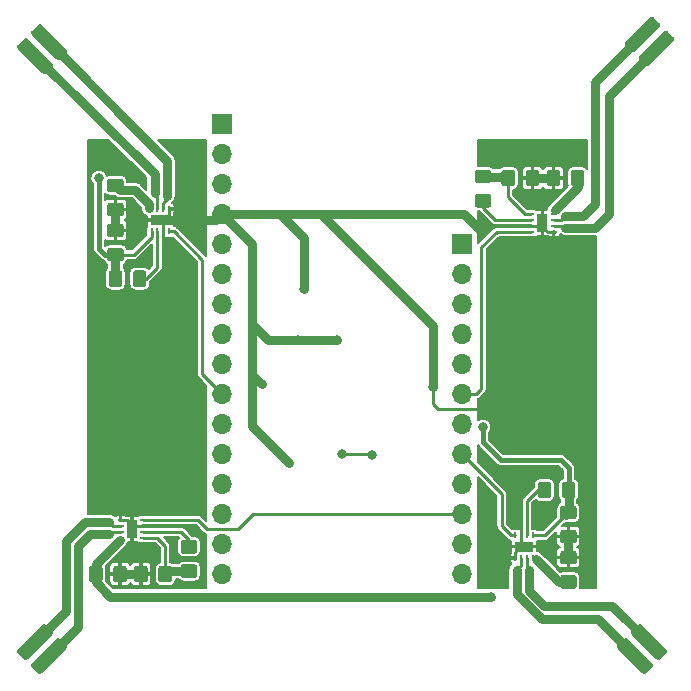
<source format=gbr>
G04 #@! TF.GenerationSoftware,KiCad,Pcbnew,(5.1.5)-3*
G04 #@! TF.CreationDate,2019-12-26T08:27:47-08:00*
G04 #@! TF.ProjectId,featherwing_copter,66656174-6865-4727-9769-6e675f636f70,rev?*
G04 #@! TF.SameCoordinates,Original*
G04 #@! TF.FileFunction,Copper,L2,Bot*
G04 #@! TF.FilePolarity,Positive*
%FSLAX46Y46*%
G04 Gerber Fmt 4.6, Leading zero omitted, Abs format (unit mm)*
G04 Created by KiCad (PCBNEW (5.1.5)-3) date 2019-12-26 08:27:47*
%MOMM*%
%LPD*%
G04 APERTURE LIST*
%ADD10R,0.500000X0.250000*%
%ADD11R,0.900000X1.600000*%
%ADD12R,0.250000X0.500000*%
%ADD13R,1.600000X0.900000*%
%ADD14C,0.100000*%
%ADD15O,1.700000X1.700000*%
%ADD16R,1.700000X1.700000*%
%ADD17C,0.800000*%
%ADD18C,0.762000*%
%ADD19C,0.381000*%
%ADD20C,0.254000*%
%ADD21C,0.127000*%
G04 APERTURE END LIST*
D10*
X135570000Y-91190000D03*
X135570000Y-90690000D03*
X133670000Y-90690000D03*
X133670000Y-91690000D03*
X133670000Y-92190000D03*
D11*
X134620000Y-91440000D03*
D10*
X135570000Y-92190000D03*
X135570000Y-91690000D03*
X133670000Y-91190000D03*
D12*
X167585000Y-91975000D03*
X167085000Y-91975000D03*
X167085000Y-93875000D03*
X168085000Y-93875000D03*
X168585000Y-93875000D03*
D13*
X167835000Y-92925000D03*
D12*
X168585000Y-91975000D03*
X168085000Y-91975000D03*
X167585000Y-93875000D03*
D10*
X168429000Y-65782000D03*
X168429000Y-66282000D03*
X170329000Y-66282000D03*
X170329000Y-65282000D03*
X170329000Y-64782000D03*
D11*
X169379000Y-65532000D03*
D10*
X168429000Y-64782000D03*
X168429000Y-65282000D03*
X170329000Y-65782000D03*
D12*
X137283000Y-66228000D03*
X137783000Y-66228000D03*
X137783000Y-64328000D03*
X136783000Y-64328000D03*
X136283000Y-64328000D03*
D13*
X137033000Y-65278000D03*
D12*
X136283000Y-66228000D03*
X136783000Y-66228000D03*
X137283000Y-64328000D03*
G04 #@! TA.AperFunction,SMDPad,CuDef*
D14*
G36*
X139920505Y-94422204D02*
G01*
X139944773Y-94425804D01*
X139968572Y-94431765D01*
X139991671Y-94440030D01*
X140013850Y-94450520D01*
X140034893Y-94463132D01*
X140054599Y-94477747D01*
X140072777Y-94494223D01*
X140089253Y-94512401D01*
X140103868Y-94532107D01*
X140116480Y-94553150D01*
X140126970Y-94575329D01*
X140135235Y-94598428D01*
X140141196Y-94622227D01*
X140144796Y-94646495D01*
X140146000Y-94670999D01*
X140146000Y-95321001D01*
X140144796Y-95345505D01*
X140141196Y-95369773D01*
X140135235Y-95393572D01*
X140126970Y-95416671D01*
X140116480Y-95438850D01*
X140103868Y-95459893D01*
X140089253Y-95479599D01*
X140072777Y-95497777D01*
X140054599Y-95514253D01*
X140034893Y-95528868D01*
X140013850Y-95541480D01*
X139991671Y-95551970D01*
X139968572Y-95560235D01*
X139944773Y-95566196D01*
X139920505Y-95569796D01*
X139896001Y-95571000D01*
X138995999Y-95571000D01*
X138971495Y-95569796D01*
X138947227Y-95566196D01*
X138923428Y-95560235D01*
X138900329Y-95551970D01*
X138878150Y-95541480D01*
X138857107Y-95528868D01*
X138837401Y-95514253D01*
X138819223Y-95497777D01*
X138802747Y-95479599D01*
X138788132Y-95459893D01*
X138775520Y-95438850D01*
X138765030Y-95416671D01*
X138756765Y-95393572D01*
X138750804Y-95369773D01*
X138747204Y-95345505D01*
X138746000Y-95321001D01*
X138746000Y-94670999D01*
X138747204Y-94646495D01*
X138750804Y-94622227D01*
X138756765Y-94598428D01*
X138765030Y-94575329D01*
X138775520Y-94553150D01*
X138788132Y-94532107D01*
X138802747Y-94512401D01*
X138819223Y-94494223D01*
X138837401Y-94477747D01*
X138857107Y-94463132D01*
X138878150Y-94450520D01*
X138900329Y-94440030D01*
X138923428Y-94431765D01*
X138947227Y-94425804D01*
X138971495Y-94422204D01*
X138995999Y-94421000D01*
X139896001Y-94421000D01*
X139920505Y-94422204D01*
G37*
G04 #@! TD.AperFunction*
G04 #@! TA.AperFunction,SMDPad,CuDef*
G36*
X139920505Y-92372204D02*
G01*
X139944773Y-92375804D01*
X139968572Y-92381765D01*
X139991671Y-92390030D01*
X140013850Y-92400520D01*
X140034893Y-92413132D01*
X140054599Y-92427747D01*
X140072777Y-92444223D01*
X140089253Y-92462401D01*
X140103868Y-92482107D01*
X140116480Y-92503150D01*
X140126970Y-92525329D01*
X140135235Y-92548428D01*
X140141196Y-92572227D01*
X140144796Y-92596495D01*
X140146000Y-92620999D01*
X140146000Y-93271001D01*
X140144796Y-93295505D01*
X140141196Y-93319773D01*
X140135235Y-93343572D01*
X140126970Y-93366671D01*
X140116480Y-93388850D01*
X140103868Y-93409893D01*
X140089253Y-93429599D01*
X140072777Y-93447777D01*
X140054599Y-93464253D01*
X140034893Y-93478868D01*
X140013850Y-93491480D01*
X139991671Y-93501970D01*
X139968572Y-93510235D01*
X139944773Y-93516196D01*
X139920505Y-93519796D01*
X139896001Y-93521000D01*
X138995999Y-93521000D01*
X138971495Y-93519796D01*
X138947227Y-93516196D01*
X138923428Y-93510235D01*
X138900329Y-93501970D01*
X138878150Y-93491480D01*
X138857107Y-93478868D01*
X138837401Y-93464253D01*
X138819223Y-93447777D01*
X138802747Y-93429599D01*
X138788132Y-93409893D01*
X138775520Y-93388850D01*
X138765030Y-93366671D01*
X138756765Y-93343572D01*
X138750804Y-93319773D01*
X138747204Y-93295505D01*
X138746000Y-93271001D01*
X138746000Y-92620999D01*
X138747204Y-92596495D01*
X138750804Y-92572227D01*
X138756765Y-92548428D01*
X138765030Y-92525329D01*
X138775520Y-92503150D01*
X138788132Y-92482107D01*
X138802747Y-92462401D01*
X138819223Y-92444223D01*
X138837401Y-92427747D01*
X138857107Y-92413132D01*
X138878150Y-92400520D01*
X138900329Y-92390030D01*
X138923428Y-92381765D01*
X138947227Y-92375804D01*
X138971495Y-92372204D01*
X138995999Y-92371000D01*
X139896001Y-92371000D01*
X139920505Y-92372204D01*
G37*
G04 #@! TD.AperFunction*
G04 #@! TA.AperFunction,SMDPad,CuDef*
G36*
X171944505Y-87439204D02*
G01*
X171968773Y-87442804D01*
X171992572Y-87448765D01*
X172015671Y-87457030D01*
X172037850Y-87467520D01*
X172058893Y-87480132D01*
X172078599Y-87494747D01*
X172096777Y-87511223D01*
X172113253Y-87529401D01*
X172127868Y-87549107D01*
X172140480Y-87570150D01*
X172150970Y-87592329D01*
X172159235Y-87615428D01*
X172165196Y-87639227D01*
X172168796Y-87663495D01*
X172170000Y-87687999D01*
X172170000Y-88588001D01*
X172168796Y-88612505D01*
X172165196Y-88636773D01*
X172159235Y-88660572D01*
X172150970Y-88683671D01*
X172140480Y-88705850D01*
X172127868Y-88726893D01*
X172113253Y-88746599D01*
X172096777Y-88764777D01*
X172078599Y-88781253D01*
X172058893Y-88795868D01*
X172037850Y-88808480D01*
X172015671Y-88818970D01*
X171992572Y-88827235D01*
X171968773Y-88833196D01*
X171944505Y-88836796D01*
X171920001Y-88838000D01*
X171269999Y-88838000D01*
X171245495Y-88836796D01*
X171221227Y-88833196D01*
X171197428Y-88827235D01*
X171174329Y-88818970D01*
X171152150Y-88808480D01*
X171131107Y-88795868D01*
X171111401Y-88781253D01*
X171093223Y-88764777D01*
X171076747Y-88746599D01*
X171062132Y-88726893D01*
X171049520Y-88705850D01*
X171039030Y-88683671D01*
X171030765Y-88660572D01*
X171024804Y-88636773D01*
X171021204Y-88612505D01*
X171020000Y-88588001D01*
X171020000Y-87687999D01*
X171021204Y-87663495D01*
X171024804Y-87639227D01*
X171030765Y-87615428D01*
X171039030Y-87592329D01*
X171049520Y-87570150D01*
X171062132Y-87549107D01*
X171076747Y-87529401D01*
X171093223Y-87511223D01*
X171111401Y-87494747D01*
X171131107Y-87480132D01*
X171152150Y-87467520D01*
X171174329Y-87457030D01*
X171197428Y-87448765D01*
X171221227Y-87442804D01*
X171245495Y-87439204D01*
X171269999Y-87438000D01*
X171920001Y-87438000D01*
X171944505Y-87439204D01*
G37*
G04 #@! TD.AperFunction*
G04 #@! TA.AperFunction,SMDPad,CuDef*
G36*
X169894505Y-87439204D02*
G01*
X169918773Y-87442804D01*
X169942572Y-87448765D01*
X169965671Y-87457030D01*
X169987850Y-87467520D01*
X170008893Y-87480132D01*
X170028599Y-87494747D01*
X170046777Y-87511223D01*
X170063253Y-87529401D01*
X170077868Y-87549107D01*
X170090480Y-87570150D01*
X170100970Y-87592329D01*
X170109235Y-87615428D01*
X170115196Y-87639227D01*
X170118796Y-87663495D01*
X170120000Y-87687999D01*
X170120000Y-88588001D01*
X170118796Y-88612505D01*
X170115196Y-88636773D01*
X170109235Y-88660572D01*
X170100970Y-88683671D01*
X170090480Y-88705850D01*
X170077868Y-88726893D01*
X170063253Y-88746599D01*
X170046777Y-88764777D01*
X170028599Y-88781253D01*
X170008893Y-88795868D01*
X169987850Y-88808480D01*
X169965671Y-88818970D01*
X169942572Y-88827235D01*
X169918773Y-88833196D01*
X169894505Y-88836796D01*
X169870001Y-88838000D01*
X169219999Y-88838000D01*
X169195495Y-88836796D01*
X169171227Y-88833196D01*
X169147428Y-88827235D01*
X169124329Y-88818970D01*
X169102150Y-88808480D01*
X169081107Y-88795868D01*
X169061401Y-88781253D01*
X169043223Y-88764777D01*
X169026747Y-88746599D01*
X169012132Y-88726893D01*
X168999520Y-88705850D01*
X168989030Y-88683671D01*
X168980765Y-88660572D01*
X168974804Y-88636773D01*
X168971204Y-88612505D01*
X168970000Y-88588001D01*
X168970000Y-87687999D01*
X168971204Y-87663495D01*
X168974804Y-87639227D01*
X168980765Y-87615428D01*
X168989030Y-87592329D01*
X168999520Y-87570150D01*
X169012132Y-87549107D01*
X169026747Y-87529401D01*
X169043223Y-87511223D01*
X169061401Y-87494747D01*
X169081107Y-87480132D01*
X169102150Y-87467520D01*
X169124329Y-87457030D01*
X169147428Y-87448765D01*
X169171227Y-87442804D01*
X169195495Y-87439204D01*
X169219999Y-87438000D01*
X169870001Y-87438000D01*
X169894505Y-87439204D01*
G37*
G04 #@! TD.AperFunction*
G04 #@! TA.AperFunction,SMDPad,CuDef*
G36*
X164812505Y-61021204D02*
G01*
X164836773Y-61024804D01*
X164860572Y-61030765D01*
X164883671Y-61039030D01*
X164905850Y-61049520D01*
X164926893Y-61062132D01*
X164946599Y-61076747D01*
X164964777Y-61093223D01*
X164981253Y-61111401D01*
X164995868Y-61131107D01*
X165008480Y-61152150D01*
X165018970Y-61174329D01*
X165027235Y-61197428D01*
X165033196Y-61221227D01*
X165036796Y-61245495D01*
X165038000Y-61269999D01*
X165038000Y-61920001D01*
X165036796Y-61944505D01*
X165033196Y-61968773D01*
X165027235Y-61992572D01*
X165018970Y-62015671D01*
X165008480Y-62037850D01*
X164995868Y-62058893D01*
X164981253Y-62078599D01*
X164964777Y-62096777D01*
X164946599Y-62113253D01*
X164926893Y-62127868D01*
X164905850Y-62140480D01*
X164883671Y-62150970D01*
X164860572Y-62159235D01*
X164836773Y-62165196D01*
X164812505Y-62168796D01*
X164788001Y-62170000D01*
X163887999Y-62170000D01*
X163863495Y-62168796D01*
X163839227Y-62165196D01*
X163815428Y-62159235D01*
X163792329Y-62150970D01*
X163770150Y-62140480D01*
X163749107Y-62127868D01*
X163729401Y-62113253D01*
X163711223Y-62096777D01*
X163694747Y-62078599D01*
X163680132Y-62058893D01*
X163667520Y-62037850D01*
X163657030Y-62015671D01*
X163648765Y-61992572D01*
X163642804Y-61968773D01*
X163639204Y-61944505D01*
X163638000Y-61920001D01*
X163638000Y-61269999D01*
X163639204Y-61245495D01*
X163642804Y-61221227D01*
X163648765Y-61197428D01*
X163657030Y-61174329D01*
X163667520Y-61152150D01*
X163680132Y-61131107D01*
X163694747Y-61111401D01*
X163711223Y-61093223D01*
X163729401Y-61076747D01*
X163749107Y-61062132D01*
X163770150Y-61049520D01*
X163792329Y-61039030D01*
X163815428Y-61030765D01*
X163839227Y-61024804D01*
X163863495Y-61021204D01*
X163887999Y-61020000D01*
X164788001Y-61020000D01*
X164812505Y-61021204D01*
G37*
G04 #@! TD.AperFunction*
G04 #@! TA.AperFunction,SMDPad,CuDef*
G36*
X164812505Y-63071204D02*
G01*
X164836773Y-63074804D01*
X164860572Y-63080765D01*
X164883671Y-63089030D01*
X164905850Y-63099520D01*
X164926893Y-63112132D01*
X164946599Y-63126747D01*
X164964777Y-63143223D01*
X164981253Y-63161401D01*
X164995868Y-63181107D01*
X165008480Y-63202150D01*
X165018970Y-63224329D01*
X165027235Y-63247428D01*
X165033196Y-63271227D01*
X165036796Y-63295495D01*
X165038000Y-63319999D01*
X165038000Y-63970001D01*
X165036796Y-63994505D01*
X165033196Y-64018773D01*
X165027235Y-64042572D01*
X165018970Y-64065671D01*
X165008480Y-64087850D01*
X164995868Y-64108893D01*
X164981253Y-64128599D01*
X164964777Y-64146777D01*
X164946599Y-64163253D01*
X164926893Y-64177868D01*
X164905850Y-64190480D01*
X164883671Y-64200970D01*
X164860572Y-64209235D01*
X164836773Y-64215196D01*
X164812505Y-64218796D01*
X164788001Y-64220000D01*
X163887999Y-64220000D01*
X163863495Y-64218796D01*
X163839227Y-64215196D01*
X163815428Y-64209235D01*
X163792329Y-64200970D01*
X163770150Y-64190480D01*
X163749107Y-64177868D01*
X163729401Y-64163253D01*
X163711223Y-64146777D01*
X163694747Y-64128599D01*
X163680132Y-64108893D01*
X163667520Y-64087850D01*
X163657030Y-64065671D01*
X163648765Y-64042572D01*
X163642804Y-64018773D01*
X163639204Y-63994505D01*
X163638000Y-63970001D01*
X163638000Y-63319999D01*
X163639204Y-63295495D01*
X163642804Y-63271227D01*
X163648765Y-63247428D01*
X163657030Y-63224329D01*
X163667520Y-63202150D01*
X163680132Y-63181107D01*
X163694747Y-63161401D01*
X163711223Y-63143223D01*
X163729401Y-63126747D01*
X163749107Y-63112132D01*
X163770150Y-63099520D01*
X163792329Y-63089030D01*
X163815428Y-63080765D01*
X163839227Y-63074804D01*
X163863495Y-63071204D01*
X163887999Y-63070000D01*
X164788001Y-63070000D01*
X164812505Y-63071204D01*
G37*
G04 #@! TD.AperFunction*
G04 #@! TA.AperFunction,SMDPad,CuDef*
G36*
X133572505Y-69532204D02*
G01*
X133596773Y-69535804D01*
X133620572Y-69541765D01*
X133643671Y-69550030D01*
X133665850Y-69560520D01*
X133686893Y-69573132D01*
X133706599Y-69587747D01*
X133724777Y-69604223D01*
X133741253Y-69622401D01*
X133755868Y-69642107D01*
X133768480Y-69663150D01*
X133778970Y-69685329D01*
X133787235Y-69708428D01*
X133793196Y-69732227D01*
X133796796Y-69756495D01*
X133798000Y-69780999D01*
X133798000Y-70681001D01*
X133796796Y-70705505D01*
X133793196Y-70729773D01*
X133787235Y-70753572D01*
X133778970Y-70776671D01*
X133768480Y-70798850D01*
X133755868Y-70819893D01*
X133741253Y-70839599D01*
X133724777Y-70857777D01*
X133706599Y-70874253D01*
X133686893Y-70888868D01*
X133665850Y-70901480D01*
X133643671Y-70911970D01*
X133620572Y-70920235D01*
X133596773Y-70926196D01*
X133572505Y-70929796D01*
X133548001Y-70931000D01*
X132897999Y-70931000D01*
X132873495Y-70929796D01*
X132849227Y-70926196D01*
X132825428Y-70920235D01*
X132802329Y-70911970D01*
X132780150Y-70901480D01*
X132759107Y-70888868D01*
X132739401Y-70874253D01*
X132721223Y-70857777D01*
X132704747Y-70839599D01*
X132690132Y-70819893D01*
X132677520Y-70798850D01*
X132667030Y-70776671D01*
X132658765Y-70753572D01*
X132652804Y-70729773D01*
X132649204Y-70705505D01*
X132648000Y-70681001D01*
X132648000Y-69780999D01*
X132649204Y-69756495D01*
X132652804Y-69732227D01*
X132658765Y-69708428D01*
X132667030Y-69685329D01*
X132677520Y-69663150D01*
X132690132Y-69642107D01*
X132704747Y-69622401D01*
X132721223Y-69604223D01*
X132739401Y-69587747D01*
X132759107Y-69573132D01*
X132780150Y-69560520D01*
X132802329Y-69550030D01*
X132825428Y-69541765D01*
X132849227Y-69535804D01*
X132873495Y-69532204D01*
X132897999Y-69531000D01*
X133548001Y-69531000D01*
X133572505Y-69532204D01*
G37*
G04 #@! TD.AperFunction*
G04 #@! TA.AperFunction,SMDPad,CuDef*
G36*
X135622505Y-69532204D02*
G01*
X135646773Y-69535804D01*
X135670572Y-69541765D01*
X135693671Y-69550030D01*
X135715850Y-69560520D01*
X135736893Y-69573132D01*
X135756599Y-69587747D01*
X135774777Y-69604223D01*
X135791253Y-69622401D01*
X135805868Y-69642107D01*
X135818480Y-69663150D01*
X135828970Y-69685329D01*
X135837235Y-69708428D01*
X135843196Y-69732227D01*
X135846796Y-69756495D01*
X135848000Y-69780999D01*
X135848000Y-70681001D01*
X135846796Y-70705505D01*
X135843196Y-70729773D01*
X135837235Y-70753572D01*
X135828970Y-70776671D01*
X135818480Y-70798850D01*
X135805868Y-70819893D01*
X135791253Y-70839599D01*
X135774777Y-70857777D01*
X135756599Y-70874253D01*
X135736893Y-70888868D01*
X135715850Y-70901480D01*
X135693671Y-70911970D01*
X135670572Y-70920235D01*
X135646773Y-70926196D01*
X135622505Y-70929796D01*
X135598001Y-70931000D01*
X134947999Y-70931000D01*
X134923495Y-70929796D01*
X134899227Y-70926196D01*
X134875428Y-70920235D01*
X134852329Y-70911970D01*
X134830150Y-70901480D01*
X134809107Y-70888868D01*
X134789401Y-70874253D01*
X134771223Y-70857777D01*
X134754747Y-70839599D01*
X134740132Y-70819893D01*
X134727520Y-70798850D01*
X134717030Y-70776671D01*
X134708765Y-70753572D01*
X134702804Y-70729773D01*
X134699204Y-70705505D01*
X134698000Y-70681001D01*
X134698000Y-69780999D01*
X134699204Y-69756495D01*
X134702804Y-69732227D01*
X134708765Y-69708428D01*
X134717030Y-69685329D01*
X134727520Y-69663150D01*
X134740132Y-69642107D01*
X134754747Y-69622401D01*
X134771223Y-69604223D01*
X134789401Y-69587747D01*
X134809107Y-69573132D01*
X134830150Y-69560520D01*
X134852329Y-69550030D01*
X134875428Y-69541765D01*
X134899227Y-69535804D01*
X134923495Y-69532204D01*
X134947999Y-69531000D01*
X135598001Y-69531000D01*
X135622505Y-69532204D01*
G37*
G04 #@! TD.AperFunction*
G04 #@! TA.AperFunction,SMDPad,CuDef*
G36*
X128403362Y-100679453D02*
G01*
X128427631Y-100683053D01*
X128451429Y-100689014D01*
X128474529Y-100697279D01*
X128496707Y-100707769D01*
X128517751Y-100720382D01*
X128537456Y-100734996D01*
X128555635Y-100751472D01*
X129032932Y-101228769D01*
X129049408Y-101246948D01*
X129064022Y-101266653D01*
X129076635Y-101287697D01*
X129087125Y-101309875D01*
X129095390Y-101332975D01*
X129101351Y-101356773D01*
X129104951Y-101381042D01*
X129106155Y-101405546D01*
X129104951Y-101430050D01*
X129101351Y-101454319D01*
X129095390Y-101478117D01*
X129087125Y-101501217D01*
X129076635Y-101523395D01*
X129064022Y-101544439D01*
X129049408Y-101564144D01*
X129032932Y-101582323D01*
X126982323Y-103632932D01*
X126964144Y-103649408D01*
X126944439Y-103664022D01*
X126923395Y-103676635D01*
X126901217Y-103687125D01*
X126878117Y-103695390D01*
X126854319Y-103701351D01*
X126830050Y-103704951D01*
X126805546Y-103706155D01*
X126781042Y-103704951D01*
X126756773Y-103701351D01*
X126732975Y-103695390D01*
X126709875Y-103687125D01*
X126687697Y-103676635D01*
X126666653Y-103664022D01*
X126646948Y-103649408D01*
X126628769Y-103632932D01*
X126151472Y-103155635D01*
X126134996Y-103137456D01*
X126120382Y-103117751D01*
X126107769Y-103096707D01*
X126097279Y-103074529D01*
X126089014Y-103051429D01*
X126083053Y-103027631D01*
X126079453Y-103003362D01*
X126078249Y-102978858D01*
X126079453Y-102954354D01*
X126083053Y-102930085D01*
X126089014Y-102906287D01*
X126097279Y-102883187D01*
X126107769Y-102861009D01*
X126120382Y-102839965D01*
X126134996Y-102820260D01*
X126151472Y-102802081D01*
X128202081Y-100751472D01*
X128220260Y-100734996D01*
X128239965Y-100720382D01*
X128261009Y-100707769D01*
X128283187Y-100697279D01*
X128306287Y-100689014D01*
X128330085Y-100683053D01*
X128354354Y-100679453D01*
X128378858Y-100678249D01*
X128403362Y-100679453D01*
G37*
G04 #@! TD.AperFunction*
G04 #@! TA.AperFunction,SMDPad,CuDef*
G36*
X127218958Y-99495049D02*
G01*
X127243227Y-99498649D01*
X127267025Y-99504610D01*
X127290125Y-99512875D01*
X127312303Y-99523365D01*
X127333347Y-99535978D01*
X127353052Y-99550592D01*
X127371231Y-99567068D01*
X127848528Y-100044365D01*
X127865004Y-100062544D01*
X127879618Y-100082249D01*
X127892231Y-100103293D01*
X127902721Y-100125471D01*
X127910986Y-100148571D01*
X127916947Y-100172369D01*
X127920547Y-100196638D01*
X127921751Y-100221142D01*
X127920547Y-100245646D01*
X127916947Y-100269915D01*
X127910986Y-100293713D01*
X127902721Y-100316813D01*
X127892231Y-100338991D01*
X127879618Y-100360035D01*
X127865004Y-100379740D01*
X127848528Y-100397919D01*
X125797919Y-102448528D01*
X125779740Y-102465004D01*
X125760035Y-102479618D01*
X125738991Y-102492231D01*
X125716813Y-102502721D01*
X125693713Y-102510986D01*
X125669915Y-102516947D01*
X125645646Y-102520547D01*
X125621142Y-102521751D01*
X125596638Y-102520547D01*
X125572369Y-102516947D01*
X125548571Y-102510986D01*
X125525471Y-102502721D01*
X125503293Y-102492231D01*
X125482249Y-102479618D01*
X125462544Y-102465004D01*
X125444365Y-102448528D01*
X124967068Y-101971231D01*
X124950592Y-101953052D01*
X124935978Y-101933347D01*
X124923365Y-101912303D01*
X124912875Y-101890125D01*
X124904610Y-101867025D01*
X124898649Y-101843227D01*
X124895049Y-101818958D01*
X124893845Y-101794454D01*
X124895049Y-101769950D01*
X124898649Y-101745681D01*
X124904610Y-101721883D01*
X124912875Y-101698783D01*
X124923365Y-101676605D01*
X124935978Y-101655561D01*
X124950592Y-101635856D01*
X124967068Y-101617677D01*
X127017677Y-99567068D01*
X127035856Y-99550592D01*
X127055561Y-99535978D01*
X127076605Y-99523365D01*
X127098783Y-99512875D01*
X127121883Y-99504610D01*
X127145681Y-99498649D01*
X127169950Y-99495049D01*
X127194454Y-99493845D01*
X127218958Y-99495049D01*
G37*
G04 #@! TD.AperFunction*
G04 #@! TA.AperFunction,SMDPad,CuDef*
G36*
X177630050Y-99495049D02*
G01*
X177654319Y-99498649D01*
X177678117Y-99504610D01*
X177701217Y-99512875D01*
X177723395Y-99523365D01*
X177744439Y-99535978D01*
X177764144Y-99550592D01*
X177782323Y-99567068D01*
X179832932Y-101617677D01*
X179849408Y-101635856D01*
X179864022Y-101655561D01*
X179876635Y-101676605D01*
X179887125Y-101698783D01*
X179895390Y-101721883D01*
X179901351Y-101745681D01*
X179904951Y-101769950D01*
X179906155Y-101794454D01*
X179904951Y-101818958D01*
X179901351Y-101843227D01*
X179895390Y-101867025D01*
X179887125Y-101890125D01*
X179876635Y-101912303D01*
X179864022Y-101933347D01*
X179849408Y-101953052D01*
X179832932Y-101971231D01*
X179355635Y-102448528D01*
X179337456Y-102465004D01*
X179317751Y-102479618D01*
X179296707Y-102492231D01*
X179274529Y-102502721D01*
X179251429Y-102510986D01*
X179227631Y-102516947D01*
X179203362Y-102520547D01*
X179178858Y-102521751D01*
X179154354Y-102520547D01*
X179130085Y-102516947D01*
X179106287Y-102510986D01*
X179083187Y-102502721D01*
X179061009Y-102492231D01*
X179039965Y-102479618D01*
X179020260Y-102465004D01*
X179002081Y-102448528D01*
X176951472Y-100397919D01*
X176934996Y-100379740D01*
X176920382Y-100360035D01*
X176907769Y-100338991D01*
X176897279Y-100316813D01*
X176889014Y-100293713D01*
X176883053Y-100269915D01*
X176879453Y-100245646D01*
X176878249Y-100221142D01*
X176879453Y-100196638D01*
X176883053Y-100172369D01*
X176889014Y-100148571D01*
X176897279Y-100125471D01*
X176907769Y-100103293D01*
X176920382Y-100082249D01*
X176934996Y-100062544D01*
X176951472Y-100044365D01*
X177428769Y-99567068D01*
X177446948Y-99550592D01*
X177466653Y-99535978D01*
X177487697Y-99523365D01*
X177509875Y-99512875D01*
X177532975Y-99504610D01*
X177556773Y-99498649D01*
X177581042Y-99495049D01*
X177605546Y-99493845D01*
X177630050Y-99495049D01*
G37*
G04 #@! TD.AperFunction*
G04 #@! TA.AperFunction,SMDPad,CuDef*
G36*
X176445646Y-100679453D02*
G01*
X176469915Y-100683053D01*
X176493713Y-100689014D01*
X176516813Y-100697279D01*
X176538991Y-100707769D01*
X176560035Y-100720382D01*
X176579740Y-100734996D01*
X176597919Y-100751472D01*
X178648528Y-102802081D01*
X178665004Y-102820260D01*
X178679618Y-102839965D01*
X178692231Y-102861009D01*
X178702721Y-102883187D01*
X178710986Y-102906287D01*
X178716947Y-102930085D01*
X178720547Y-102954354D01*
X178721751Y-102978858D01*
X178720547Y-103003362D01*
X178716947Y-103027631D01*
X178710986Y-103051429D01*
X178702721Y-103074529D01*
X178692231Y-103096707D01*
X178679618Y-103117751D01*
X178665004Y-103137456D01*
X178648528Y-103155635D01*
X178171231Y-103632932D01*
X178153052Y-103649408D01*
X178133347Y-103664022D01*
X178112303Y-103676635D01*
X178090125Y-103687125D01*
X178067025Y-103695390D01*
X178043227Y-103701351D01*
X178018958Y-103704951D01*
X177994454Y-103706155D01*
X177969950Y-103704951D01*
X177945681Y-103701351D01*
X177921883Y-103695390D01*
X177898783Y-103687125D01*
X177876605Y-103676635D01*
X177855561Y-103664022D01*
X177835856Y-103649408D01*
X177817677Y-103632932D01*
X175767068Y-101582323D01*
X175750592Y-101564144D01*
X175735978Y-101544439D01*
X175723365Y-101523395D01*
X175712875Y-101501217D01*
X175704610Y-101478117D01*
X175698649Y-101454319D01*
X175695049Y-101430050D01*
X175693845Y-101405546D01*
X175695049Y-101381042D01*
X175698649Y-101356773D01*
X175704610Y-101332975D01*
X175712875Y-101309875D01*
X175723365Y-101287697D01*
X175735978Y-101266653D01*
X175750592Y-101246948D01*
X175767068Y-101228769D01*
X176244365Y-100751472D01*
X176262544Y-100734996D01*
X176282249Y-100720382D01*
X176303293Y-100707769D01*
X176325471Y-100697279D01*
X176348571Y-100689014D01*
X176372369Y-100683053D01*
X176396638Y-100679453D01*
X176421142Y-100678249D01*
X176445646Y-100679453D01*
G37*
G04 #@! TD.AperFunction*
G04 #@! TA.AperFunction,SMDPad,CuDef*
G36*
X178653958Y-48060049D02*
G01*
X178678227Y-48063649D01*
X178702025Y-48069610D01*
X178725125Y-48077875D01*
X178747303Y-48088365D01*
X178768347Y-48100978D01*
X178788052Y-48115592D01*
X178806231Y-48132068D01*
X179283528Y-48609365D01*
X179300004Y-48627544D01*
X179314618Y-48647249D01*
X179327231Y-48668293D01*
X179337721Y-48690471D01*
X179345986Y-48713571D01*
X179351947Y-48737369D01*
X179355547Y-48761638D01*
X179356751Y-48786142D01*
X179355547Y-48810646D01*
X179351947Y-48834915D01*
X179345986Y-48858713D01*
X179337721Y-48881813D01*
X179327231Y-48903991D01*
X179314618Y-48925035D01*
X179300004Y-48944740D01*
X179283528Y-48962919D01*
X177232919Y-51013528D01*
X177214740Y-51030004D01*
X177195035Y-51044618D01*
X177173991Y-51057231D01*
X177151813Y-51067721D01*
X177128713Y-51075986D01*
X177104915Y-51081947D01*
X177080646Y-51085547D01*
X177056142Y-51086751D01*
X177031638Y-51085547D01*
X177007369Y-51081947D01*
X176983571Y-51075986D01*
X176960471Y-51067721D01*
X176938293Y-51057231D01*
X176917249Y-51044618D01*
X176897544Y-51030004D01*
X176879365Y-51013528D01*
X176402068Y-50536231D01*
X176385592Y-50518052D01*
X176370978Y-50498347D01*
X176358365Y-50477303D01*
X176347875Y-50455125D01*
X176339610Y-50432025D01*
X176333649Y-50408227D01*
X176330049Y-50383958D01*
X176328845Y-50359454D01*
X176330049Y-50334950D01*
X176333649Y-50310681D01*
X176339610Y-50286883D01*
X176347875Y-50263783D01*
X176358365Y-50241605D01*
X176370978Y-50220561D01*
X176385592Y-50200856D01*
X176402068Y-50182677D01*
X178452677Y-48132068D01*
X178470856Y-48115592D01*
X178490561Y-48100978D01*
X178511605Y-48088365D01*
X178533783Y-48077875D01*
X178556883Y-48069610D01*
X178580681Y-48063649D01*
X178604950Y-48060049D01*
X178629454Y-48058845D01*
X178653958Y-48060049D01*
G37*
G04 #@! TD.AperFunction*
G04 #@! TA.AperFunction,SMDPad,CuDef*
G36*
X179838362Y-49244453D02*
G01*
X179862631Y-49248053D01*
X179886429Y-49254014D01*
X179909529Y-49262279D01*
X179931707Y-49272769D01*
X179952751Y-49285382D01*
X179972456Y-49299996D01*
X179990635Y-49316472D01*
X180467932Y-49793769D01*
X180484408Y-49811948D01*
X180499022Y-49831653D01*
X180511635Y-49852697D01*
X180522125Y-49874875D01*
X180530390Y-49897975D01*
X180536351Y-49921773D01*
X180539951Y-49946042D01*
X180541155Y-49970546D01*
X180539951Y-49995050D01*
X180536351Y-50019319D01*
X180530390Y-50043117D01*
X180522125Y-50066217D01*
X180511635Y-50088395D01*
X180499022Y-50109439D01*
X180484408Y-50129144D01*
X180467932Y-50147323D01*
X178417323Y-52197932D01*
X178399144Y-52214408D01*
X178379439Y-52229022D01*
X178358395Y-52241635D01*
X178336217Y-52252125D01*
X178313117Y-52260390D01*
X178289319Y-52266351D01*
X178265050Y-52269951D01*
X178240546Y-52271155D01*
X178216042Y-52269951D01*
X178191773Y-52266351D01*
X178167975Y-52260390D01*
X178144875Y-52252125D01*
X178122697Y-52241635D01*
X178101653Y-52229022D01*
X178081948Y-52214408D01*
X178063769Y-52197932D01*
X177586472Y-51720635D01*
X177569996Y-51702456D01*
X177555382Y-51682751D01*
X177542769Y-51661707D01*
X177532279Y-51639529D01*
X177524014Y-51616429D01*
X177518053Y-51592631D01*
X177514453Y-51568362D01*
X177513249Y-51543858D01*
X177514453Y-51519354D01*
X177518053Y-51495085D01*
X177524014Y-51471287D01*
X177532279Y-51448187D01*
X177542769Y-51426009D01*
X177555382Y-51404965D01*
X177569996Y-51385260D01*
X177586472Y-51367081D01*
X179637081Y-49316472D01*
X179655260Y-49299996D01*
X179674965Y-49285382D01*
X179696009Y-49272769D01*
X179718187Y-49262279D01*
X179741287Y-49254014D01*
X179765085Y-49248053D01*
X179789354Y-49244453D01*
X179813858Y-49243249D01*
X179838362Y-49244453D01*
G37*
G04 #@! TD.AperFunction*
G04 #@! TA.AperFunction,SMDPad,CuDef*
G36*
X125645646Y-49879453D02*
G01*
X125669915Y-49883053D01*
X125693713Y-49889014D01*
X125716813Y-49897279D01*
X125738991Y-49907769D01*
X125760035Y-49920382D01*
X125779740Y-49934996D01*
X125797919Y-49951472D01*
X127848528Y-52002081D01*
X127865004Y-52020260D01*
X127879618Y-52039965D01*
X127892231Y-52061009D01*
X127902721Y-52083187D01*
X127910986Y-52106287D01*
X127916947Y-52130085D01*
X127920547Y-52154354D01*
X127921751Y-52178858D01*
X127920547Y-52203362D01*
X127916947Y-52227631D01*
X127910986Y-52251429D01*
X127902721Y-52274529D01*
X127892231Y-52296707D01*
X127879618Y-52317751D01*
X127865004Y-52337456D01*
X127848528Y-52355635D01*
X127371231Y-52832932D01*
X127353052Y-52849408D01*
X127333347Y-52864022D01*
X127312303Y-52876635D01*
X127290125Y-52887125D01*
X127267025Y-52895390D01*
X127243227Y-52901351D01*
X127218958Y-52904951D01*
X127194454Y-52906155D01*
X127169950Y-52904951D01*
X127145681Y-52901351D01*
X127121883Y-52895390D01*
X127098783Y-52887125D01*
X127076605Y-52876635D01*
X127055561Y-52864022D01*
X127035856Y-52849408D01*
X127017677Y-52832932D01*
X124967068Y-50782323D01*
X124950592Y-50764144D01*
X124935978Y-50744439D01*
X124923365Y-50723395D01*
X124912875Y-50701217D01*
X124904610Y-50678117D01*
X124898649Y-50654319D01*
X124895049Y-50630050D01*
X124893845Y-50605546D01*
X124895049Y-50581042D01*
X124898649Y-50556773D01*
X124904610Y-50532975D01*
X124912875Y-50509875D01*
X124923365Y-50487697D01*
X124935978Y-50466653D01*
X124950592Y-50446948D01*
X124967068Y-50428769D01*
X125444365Y-49951472D01*
X125462544Y-49934996D01*
X125482249Y-49920382D01*
X125503293Y-49907769D01*
X125525471Y-49897279D01*
X125548571Y-49889014D01*
X125572369Y-49883053D01*
X125596638Y-49879453D01*
X125621142Y-49878249D01*
X125645646Y-49879453D01*
G37*
G04 #@! TD.AperFunction*
G04 #@! TA.AperFunction,SMDPad,CuDef*
G36*
X126830050Y-48695049D02*
G01*
X126854319Y-48698649D01*
X126878117Y-48704610D01*
X126901217Y-48712875D01*
X126923395Y-48723365D01*
X126944439Y-48735978D01*
X126964144Y-48750592D01*
X126982323Y-48767068D01*
X129032932Y-50817677D01*
X129049408Y-50835856D01*
X129064022Y-50855561D01*
X129076635Y-50876605D01*
X129087125Y-50898783D01*
X129095390Y-50921883D01*
X129101351Y-50945681D01*
X129104951Y-50969950D01*
X129106155Y-50994454D01*
X129104951Y-51018958D01*
X129101351Y-51043227D01*
X129095390Y-51067025D01*
X129087125Y-51090125D01*
X129076635Y-51112303D01*
X129064022Y-51133347D01*
X129049408Y-51153052D01*
X129032932Y-51171231D01*
X128555635Y-51648528D01*
X128537456Y-51665004D01*
X128517751Y-51679618D01*
X128496707Y-51692231D01*
X128474529Y-51702721D01*
X128451429Y-51710986D01*
X128427631Y-51716947D01*
X128403362Y-51720547D01*
X128378858Y-51721751D01*
X128354354Y-51720547D01*
X128330085Y-51716947D01*
X128306287Y-51710986D01*
X128283187Y-51702721D01*
X128261009Y-51692231D01*
X128239965Y-51679618D01*
X128220260Y-51665004D01*
X128202081Y-51648528D01*
X126151472Y-49597919D01*
X126134996Y-49579740D01*
X126120382Y-49560035D01*
X126107769Y-49538991D01*
X126097279Y-49516813D01*
X126089014Y-49493713D01*
X126083053Y-49469915D01*
X126079453Y-49445646D01*
X126078249Y-49421142D01*
X126079453Y-49396638D01*
X126083053Y-49372369D01*
X126089014Y-49348571D01*
X126097279Y-49325471D01*
X126107769Y-49303293D01*
X126120382Y-49282249D01*
X126134996Y-49262544D01*
X126151472Y-49244365D01*
X126628769Y-48767068D01*
X126646948Y-48750592D01*
X126666653Y-48735978D01*
X126687697Y-48723365D01*
X126709875Y-48712875D01*
X126732975Y-48704610D01*
X126756773Y-48698649D01*
X126781042Y-48695049D01*
X126805546Y-48693845D01*
X126830050Y-48695049D01*
G37*
G04 #@! TD.AperFunction*
G04 #@! TA.AperFunction,SMDPad,CuDef*
G36*
X137781505Y-94551204D02*
G01*
X137805773Y-94554804D01*
X137829572Y-94560765D01*
X137852671Y-94569030D01*
X137874850Y-94579520D01*
X137895893Y-94592132D01*
X137915599Y-94606747D01*
X137933777Y-94623223D01*
X137950253Y-94641401D01*
X137964868Y-94661107D01*
X137977480Y-94682150D01*
X137987970Y-94704329D01*
X137996235Y-94727428D01*
X138002196Y-94751227D01*
X138005796Y-94775495D01*
X138007000Y-94799999D01*
X138007000Y-95700001D01*
X138005796Y-95724505D01*
X138002196Y-95748773D01*
X137996235Y-95772572D01*
X137987970Y-95795671D01*
X137977480Y-95817850D01*
X137964868Y-95838893D01*
X137950253Y-95858599D01*
X137933777Y-95876777D01*
X137915599Y-95893253D01*
X137895893Y-95907868D01*
X137874850Y-95920480D01*
X137852671Y-95930970D01*
X137829572Y-95939235D01*
X137805773Y-95945196D01*
X137781505Y-95948796D01*
X137757001Y-95950000D01*
X137106999Y-95950000D01*
X137082495Y-95948796D01*
X137058227Y-95945196D01*
X137034428Y-95939235D01*
X137011329Y-95930970D01*
X136989150Y-95920480D01*
X136968107Y-95907868D01*
X136948401Y-95893253D01*
X136930223Y-95876777D01*
X136913747Y-95858599D01*
X136899132Y-95838893D01*
X136886520Y-95817850D01*
X136876030Y-95795671D01*
X136867765Y-95772572D01*
X136861804Y-95748773D01*
X136858204Y-95724505D01*
X136857000Y-95700001D01*
X136857000Y-94799999D01*
X136858204Y-94775495D01*
X136861804Y-94751227D01*
X136867765Y-94727428D01*
X136876030Y-94704329D01*
X136886520Y-94682150D01*
X136899132Y-94661107D01*
X136913747Y-94641401D01*
X136930223Y-94623223D01*
X136948401Y-94606747D01*
X136968107Y-94592132D01*
X136989150Y-94579520D01*
X137011329Y-94569030D01*
X137034428Y-94560765D01*
X137058227Y-94554804D01*
X137082495Y-94551204D01*
X137106999Y-94550000D01*
X137757001Y-94550000D01*
X137781505Y-94551204D01*
G37*
G04 #@! TD.AperFunction*
G04 #@! TA.AperFunction,SMDPad,CuDef*
G36*
X135731505Y-94551204D02*
G01*
X135755773Y-94554804D01*
X135779572Y-94560765D01*
X135802671Y-94569030D01*
X135824850Y-94579520D01*
X135845893Y-94592132D01*
X135865599Y-94606747D01*
X135883777Y-94623223D01*
X135900253Y-94641401D01*
X135914868Y-94661107D01*
X135927480Y-94682150D01*
X135937970Y-94704329D01*
X135946235Y-94727428D01*
X135952196Y-94751227D01*
X135955796Y-94775495D01*
X135957000Y-94799999D01*
X135957000Y-95700001D01*
X135955796Y-95724505D01*
X135952196Y-95748773D01*
X135946235Y-95772572D01*
X135937970Y-95795671D01*
X135927480Y-95817850D01*
X135914868Y-95838893D01*
X135900253Y-95858599D01*
X135883777Y-95876777D01*
X135865599Y-95893253D01*
X135845893Y-95907868D01*
X135824850Y-95920480D01*
X135802671Y-95930970D01*
X135779572Y-95939235D01*
X135755773Y-95945196D01*
X135731505Y-95948796D01*
X135707001Y-95950000D01*
X135056999Y-95950000D01*
X135032495Y-95948796D01*
X135008227Y-95945196D01*
X134984428Y-95939235D01*
X134961329Y-95930970D01*
X134939150Y-95920480D01*
X134918107Y-95907868D01*
X134898401Y-95893253D01*
X134880223Y-95876777D01*
X134863747Y-95858599D01*
X134849132Y-95838893D01*
X134836520Y-95817850D01*
X134826030Y-95795671D01*
X134817765Y-95772572D01*
X134811804Y-95748773D01*
X134808204Y-95724505D01*
X134807000Y-95700001D01*
X134807000Y-94799999D01*
X134808204Y-94775495D01*
X134811804Y-94751227D01*
X134817765Y-94727428D01*
X134826030Y-94704329D01*
X134836520Y-94682150D01*
X134849132Y-94661107D01*
X134863747Y-94641401D01*
X134880223Y-94623223D01*
X134898401Y-94606747D01*
X134918107Y-94592132D01*
X134939150Y-94579520D01*
X134961329Y-94569030D01*
X134984428Y-94560765D01*
X135008227Y-94554804D01*
X135032495Y-94551204D01*
X135056999Y-94550000D01*
X135707001Y-94550000D01*
X135731505Y-94551204D01*
G37*
G04 #@! TD.AperFunction*
G04 #@! TA.AperFunction,SMDPad,CuDef*
G36*
X172051505Y-89451204D02*
G01*
X172075773Y-89454804D01*
X172099572Y-89460765D01*
X172122671Y-89469030D01*
X172144850Y-89479520D01*
X172165893Y-89492132D01*
X172185599Y-89506747D01*
X172203777Y-89523223D01*
X172220253Y-89541401D01*
X172234868Y-89561107D01*
X172247480Y-89582150D01*
X172257970Y-89604329D01*
X172266235Y-89627428D01*
X172272196Y-89651227D01*
X172275796Y-89675495D01*
X172277000Y-89699999D01*
X172277000Y-90350001D01*
X172275796Y-90374505D01*
X172272196Y-90398773D01*
X172266235Y-90422572D01*
X172257970Y-90445671D01*
X172247480Y-90467850D01*
X172234868Y-90488893D01*
X172220253Y-90508599D01*
X172203777Y-90526777D01*
X172185599Y-90543253D01*
X172165893Y-90557868D01*
X172144850Y-90570480D01*
X172122671Y-90580970D01*
X172099572Y-90589235D01*
X172075773Y-90595196D01*
X172051505Y-90598796D01*
X172027001Y-90600000D01*
X171126999Y-90600000D01*
X171102495Y-90598796D01*
X171078227Y-90595196D01*
X171054428Y-90589235D01*
X171031329Y-90580970D01*
X171009150Y-90570480D01*
X170988107Y-90557868D01*
X170968401Y-90543253D01*
X170950223Y-90526777D01*
X170933747Y-90508599D01*
X170919132Y-90488893D01*
X170906520Y-90467850D01*
X170896030Y-90445671D01*
X170887765Y-90422572D01*
X170881804Y-90398773D01*
X170878204Y-90374505D01*
X170877000Y-90350001D01*
X170877000Y-89699999D01*
X170878204Y-89675495D01*
X170881804Y-89651227D01*
X170887765Y-89627428D01*
X170896030Y-89604329D01*
X170906520Y-89582150D01*
X170919132Y-89561107D01*
X170933747Y-89541401D01*
X170950223Y-89523223D01*
X170968401Y-89506747D01*
X170988107Y-89492132D01*
X171009150Y-89479520D01*
X171031329Y-89469030D01*
X171054428Y-89460765D01*
X171078227Y-89454804D01*
X171102495Y-89451204D01*
X171126999Y-89450000D01*
X172027001Y-89450000D01*
X172051505Y-89451204D01*
G37*
G04 #@! TD.AperFunction*
G04 #@! TA.AperFunction,SMDPad,CuDef*
G36*
X172051505Y-91501204D02*
G01*
X172075773Y-91504804D01*
X172099572Y-91510765D01*
X172122671Y-91519030D01*
X172144850Y-91529520D01*
X172165893Y-91542132D01*
X172185599Y-91556747D01*
X172203777Y-91573223D01*
X172220253Y-91591401D01*
X172234868Y-91611107D01*
X172247480Y-91632150D01*
X172257970Y-91654329D01*
X172266235Y-91677428D01*
X172272196Y-91701227D01*
X172275796Y-91725495D01*
X172277000Y-91749999D01*
X172277000Y-92400001D01*
X172275796Y-92424505D01*
X172272196Y-92448773D01*
X172266235Y-92472572D01*
X172257970Y-92495671D01*
X172247480Y-92517850D01*
X172234868Y-92538893D01*
X172220253Y-92558599D01*
X172203777Y-92576777D01*
X172185599Y-92593253D01*
X172165893Y-92607868D01*
X172144850Y-92620480D01*
X172122671Y-92630970D01*
X172099572Y-92639235D01*
X172075773Y-92645196D01*
X172051505Y-92648796D01*
X172027001Y-92650000D01*
X171126999Y-92650000D01*
X171102495Y-92648796D01*
X171078227Y-92645196D01*
X171054428Y-92639235D01*
X171031329Y-92630970D01*
X171009150Y-92620480D01*
X170988107Y-92607868D01*
X170968401Y-92593253D01*
X170950223Y-92576777D01*
X170933747Y-92558599D01*
X170919132Y-92538893D01*
X170906520Y-92517850D01*
X170896030Y-92495671D01*
X170887765Y-92472572D01*
X170881804Y-92448773D01*
X170878204Y-92424505D01*
X170877000Y-92400001D01*
X170877000Y-91749999D01*
X170878204Y-91725495D01*
X170881804Y-91701227D01*
X170887765Y-91677428D01*
X170896030Y-91654329D01*
X170906520Y-91632150D01*
X170919132Y-91611107D01*
X170933747Y-91591401D01*
X170950223Y-91573223D01*
X170968401Y-91556747D01*
X170988107Y-91542132D01*
X171009150Y-91529520D01*
X171031329Y-91519030D01*
X171054428Y-91510765D01*
X171078227Y-91504804D01*
X171102495Y-91501204D01*
X171126999Y-91500000D01*
X172027001Y-91500000D01*
X172051505Y-91501204D01*
G37*
G04 #@! TD.AperFunction*
G04 #@! TA.AperFunction,SMDPad,CuDef*
G36*
X133962505Y-94551204D02*
G01*
X133986773Y-94554804D01*
X134010572Y-94560765D01*
X134033671Y-94569030D01*
X134055850Y-94579520D01*
X134076893Y-94592132D01*
X134096599Y-94606747D01*
X134114777Y-94623223D01*
X134131253Y-94641401D01*
X134145868Y-94661107D01*
X134158480Y-94682150D01*
X134168970Y-94704329D01*
X134177235Y-94727428D01*
X134183196Y-94751227D01*
X134186796Y-94775495D01*
X134188000Y-94799999D01*
X134188000Y-95700001D01*
X134186796Y-95724505D01*
X134183196Y-95748773D01*
X134177235Y-95772572D01*
X134168970Y-95795671D01*
X134158480Y-95817850D01*
X134145868Y-95838893D01*
X134131253Y-95858599D01*
X134114777Y-95876777D01*
X134096599Y-95893253D01*
X134076893Y-95907868D01*
X134055850Y-95920480D01*
X134033671Y-95930970D01*
X134010572Y-95939235D01*
X133986773Y-95945196D01*
X133962505Y-95948796D01*
X133938001Y-95950000D01*
X133287999Y-95950000D01*
X133263495Y-95948796D01*
X133239227Y-95945196D01*
X133215428Y-95939235D01*
X133192329Y-95930970D01*
X133170150Y-95920480D01*
X133149107Y-95907868D01*
X133129401Y-95893253D01*
X133111223Y-95876777D01*
X133094747Y-95858599D01*
X133080132Y-95838893D01*
X133067520Y-95817850D01*
X133057030Y-95795671D01*
X133048765Y-95772572D01*
X133042804Y-95748773D01*
X133039204Y-95724505D01*
X133038000Y-95700001D01*
X133038000Y-94799999D01*
X133039204Y-94775495D01*
X133042804Y-94751227D01*
X133048765Y-94727428D01*
X133057030Y-94704329D01*
X133067520Y-94682150D01*
X133080132Y-94661107D01*
X133094747Y-94641401D01*
X133111223Y-94623223D01*
X133129401Y-94606747D01*
X133149107Y-94592132D01*
X133170150Y-94579520D01*
X133192329Y-94569030D01*
X133215428Y-94560765D01*
X133239227Y-94554804D01*
X133263495Y-94551204D01*
X133287999Y-94550000D01*
X133938001Y-94550000D01*
X133962505Y-94551204D01*
G37*
G04 #@! TD.AperFunction*
G04 #@! TA.AperFunction,SMDPad,CuDef*
G36*
X131912505Y-94551204D02*
G01*
X131936773Y-94554804D01*
X131960572Y-94560765D01*
X131983671Y-94569030D01*
X132005850Y-94579520D01*
X132026893Y-94592132D01*
X132046599Y-94606747D01*
X132064777Y-94623223D01*
X132081253Y-94641401D01*
X132095868Y-94661107D01*
X132108480Y-94682150D01*
X132118970Y-94704329D01*
X132127235Y-94727428D01*
X132133196Y-94751227D01*
X132136796Y-94775495D01*
X132138000Y-94799999D01*
X132138000Y-95700001D01*
X132136796Y-95724505D01*
X132133196Y-95748773D01*
X132127235Y-95772572D01*
X132118970Y-95795671D01*
X132108480Y-95817850D01*
X132095868Y-95838893D01*
X132081253Y-95858599D01*
X132064777Y-95876777D01*
X132046599Y-95893253D01*
X132026893Y-95907868D01*
X132005850Y-95920480D01*
X131983671Y-95930970D01*
X131960572Y-95939235D01*
X131936773Y-95945196D01*
X131912505Y-95948796D01*
X131888001Y-95950000D01*
X131237999Y-95950000D01*
X131213495Y-95948796D01*
X131189227Y-95945196D01*
X131165428Y-95939235D01*
X131142329Y-95930970D01*
X131120150Y-95920480D01*
X131099107Y-95907868D01*
X131079401Y-95893253D01*
X131061223Y-95876777D01*
X131044747Y-95858599D01*
X131030132Y-95838893D01*
X131017520Y-95817850D01*
X131007030Y-95795671D01*
X130998765Y-95772572D01*
X130992804Y-95748773D01*
X130989204Y-95724505D01*
X130988000Y-95700001D01*
X130988000Y-94799999D01*
X130989204Y-94775495D01*
X130992804Y-94751227D01*
X130998765Y-94727428D01*
X131007030Y-94704329D01*
X131017520Y-94682150D01*
X131030132Y-94661107D01*
X131044747Y-94641401D01*
X131061223Y-94623223D01*
X131079401Y-94606747D01*
X131099107Y-94592132D01*
X131120150Y-94579520D01*
X131142329Y-94569030D01*
X131165428Y-94560765D01*
X131189227Y-94554804D01*
X131213495Y-94551204D01*
X131237999Y-94550000D01*
X131888001Y-94550000D01*
X131912505Y-94551204D01*
G37*
G04 #@! TD.AperFunction*
G04 #@! TA.AperFunction,SMDPad,CuDef*
G36*
X172051505Y-93279204D02*
G01*
X172075773Y-93282804D01*
X172099572Y-93288765D01*
X172122671Y-93297030D01*
X172144850Y-93307520D01*
X172165893Y-93320132D01*
X172185599Y-93334747D01*
X172203777Y-93351223D01*
X172220253Y-93369401D01*
X172234868Y-93389107D01*
X172247480Y-93410150D01*
X172257970Y-93432329D01*
X172266235Y-93455428D01*
X172272196Y-93479227D01*
X172275796Y-93503495D01*
X172277000Y-93527999D01*
X172277000Y-94178001D01*
X172275796Y-94202505D01*
X172272196Y-94226773D01*
X172266235Y-94250572D01*
X172257970Y-94273671D01*
X172247480Y-94295850D01*
X172234868Y-94316893D01*
X172220253Y-94336599D01*
X172203777Y-94354777D01*
X172185599Y-94371253D01*
X172165893Y-94385868D01*
X172144850Y-94398480D01*
X172122671Y-94408970D01*
X172099572Y-94417235D01*
X172075773Y-94423196D01*
X172051505Y-94426796D01*
X172027001Y-94428000D01*
X171126999Y-94428000D01*
X171102495Y-94426796D01*
X171078227Y-94423196D01*
X171054428Y-94417235D01*
X171031329Y-94408970D01*
X171009150Y-94398480D01*
X170988107Y-94385868D01*
X170968401Y-94371253D01*
X170950223Y-94354777D01*
X170933747Y-94336599D01*
X170919132Y-94316893D01*
X170906520Y-94295850D01*
X170896030Y-94273671D01*
X170887765Y-94250572D01*
X170881804Y-94226773D01*
X170878204Y-94202505D01*
X170877000Y-94178001D01*
X170877000Y-93527999D01*
X170878204Y-93503495D01*
X170881804Y-93479227D01*
X170887765Y-93455428D01*
X170896030Y-93432329D01*
X170906520Y-93410150D01*
X170919132Y-93389107D01*
X170933747Y-93369401D01*
X170950223Y-93351223D01*
X170968401Y-93334747D01*
X170988107Y-93320132D01*
X171009150Y-93307520D01*
X171031329Y-93297030D01*
X171054428Y-93288765D01*
X171078227Y-93282804D01*
X171102495Y-93279204D01*
X171126999Y-93278000D01*
X172027001Y-93278000D01*
X172051505Y-93279204D01*
G37*
G04 #@! TD.AperFunction*
G04 #@! TA.AperFunction,SMDPad,CuDef*
G36*
X172051505Y-95329204D02*
G01*
X172075773Y-95332804D01*
X172099572Y-95338765D01*
X172122671Y-95347030D01*
X172144850Y-95357520D01*
X172165893Y-95370132D01*
X172185599Y-95384747D01*
X172203777Y-95401223D01*
X172220253Y-95419401D01*
X172234868Y-95439107D01*
X172247480Y-95460150D01*
X172257970Y-95482329D01*
X172266235Y-95505428D01*
X172272196Y-95529227D01*
X172275796Y-95553495D01*
X172277000Y-95577999D01*
X172277000Y-96228001D01*
X172275796Y-96252505D01*
X172272196Y-96276773D01*
X172266235Y-96300572D01*
X172257970Y-96323671D01*
X172247480Y-96345850D01*
X172234868Y-96366893D01*
X172220253Y-96386599D01*
X172203777Y-96404777D01*
X172185599Y-96421253D01*
X172165893Y-96435868D01*
X172144850Y-96448480D01*
X172122671Y-96458970D01*
X172099572Y-96467235D01*
X172075773Y-96473196D01*
X172051505Y-96476796D01*
X172027001Y-96478000D01*
X171126999Y-96478000D01*
X171102495Y-96476796D01*
X171078227Y-96473196D01*
X171054428Y-96467235D01*
X171031329Y-96458970D01*
X171009150Y-96448480D01*
X170988107Y-96435868D01*
X170968401Y-96421253D01*
X170950223Y-96404777D01*
X170933747Y-96386599D01*
X170919132Y-96366893D01*
X170906520Y-96345850D01*
X170896030Y-96323671D01*
X170887765Y-96300572D01*
X170881804Y-96276773D01*
X170878204Y-96252505D01*
X170877000Y-96228001D01*
X170877000Y-95577999D01*
X170878204Y-95553495D01*
X170881804Y-95529227D01*
X170887765Y-95505428D01*
X170896030Y-95482329D01*
X170906520Y-95460150D01*
X170919132Y-95439107D01*
X170933747Y-95419401D01*
X170950223Y-95401223D01*
X170968401Y-95384747D01*
X170988107Y-95370132D01*
X171009150Y-95357520D01*
X171031329Y-95347030D01*
X171054428Y-95338765D01*
X171078227Y-95332804D01*
X171102495Y-95329204D01*
X171126999Y-95328000D01*
X172027001Y-95328000D01*
X172051505Y-95329204D01*
G37*
G04 #@! TD.AperFunction*
G04 #@! TA.AperFunction,SMDPad,CuDef*
G36*
X166828505Y-61023204D02*
G01*
X166852773Y-61026804D01*
X166876572Y-61032765D01*
X166899671Y-61041030D01*
X166921850Y-61051520D01*
X166942893Y-61064132D01*
X166962599Y-61078747D01*
X166980777Y-61095223D01*
X166997253Y-61113401D01*
X167011868Y-61133107D01*
X167024480Y-61154150D01*
X167034970Y-61176329D01*
X167043235Y-61199428D01*
X167049196Y-61223227D01*
X167052796Y-61247495D01*
X167054000Y-61271999D01*
X167054000Y-62172001D01*
X167052796Y-62196505D01*
X167049196Y-62220773D01*
X167043235Y-62244572D01*
X167034970Y-62267671D01*
X167024480Y-62289850D01*
X167011868Y-62310893D01*
X166997253Y-62330599D01*
X166980777Y-62348777D01*
X166962599Y-62365253D01*
X166942893Y-62379868D01*
X166921850Y-62392480D01*
X166899671Y-62402970D01*
X166876572Y-62411235D01*
X166852773Y-62417196D01*
X166828505Y-62420796D01*
X166804001Y-62422000D01*
X166153999Y-62422000D01*
X166129495Y-62420796D01*
X166105227Y-62417196D01*
X166081428Y-62411235D01*
X166058329Y-62402970D01*
X166036150Y-62392480D01*
X166015107Y-62379868D01*
X165995401Y-62365253D01*
X165977223Y-62348777D01*
X165960747Y-62330599D01*
X165946132Y-62310893D01*
X165933520Y-62289850D01*
X165923030Y-62267671D01*
X165914765Y-62244572D01*
X165908804Y-62220773D01*
X165905204Y-62196505D01*
X165904000Y-62172001D01*
X165904000Y-61271999D01*
X165905204Y-61247495D01*
X165908804Y-61223227D01*
X165914765Y-61199428D01*
X165923030Y-61176329D01*
X165933520Y-61154150D01*
X165946132Y-61133107D01*
X165960747Y-61113401D01*
X165977223Y-61095223D01*
X165995401Y-61078747D01*
X166015107Y-61064132D01*
X166036150Y-61051520D01*
X166058329Y-61041030D01*
X166081428Y-61032765D01*
X166105227Y-61026804D01*
X166129495Y-61023204D01*
X166153999Y-61022000D01*
X166804001Y-61022000D01*
X166828505Y-61023204D01*
G37*
G04 #@! TD.AperFunction*
G04 #@! TA.AperFunction,SMDPad,CuDef*
G36*
X168878505Y-61023204D02*
G01*
X168902773Y-61026804D01*
X168926572Y-61032765D01*
X168949671Y-61041030D01*
X168971850Y-61051520D01*
X168992893Y-61064132D01*
X169012599Y-61078747D01*
X169030777Y-61095223D01*
X169047253Y-61113401D01*
X169061868Y-61133107D01*
X169074480Y-61154150D01*
X169084970Y-61176329D01*
X169093235Y-61199428D01*
X169099196Y-61223227D01*
X169102796Y-61247495D01*
X169104000Y-61271999D01*
X169104000Y-62172001D01*
X169102796Y-62196505D01*
X169099196Y-62220773D01*
X169093235Y-62244572D01*
X169084970Y-62267671D01*
X169074480Y-62289850D01*
X169061868Y-62310893D01*
X169047253Y-62330599D01*
X169030777Y-62348777D01*
X169012599Y-62365253D01*
X168992893Y-62379868D01*
X168971850Y-62392480D01*
X168949671Y-62402970D01*
X168926572Y-62411235D01*
X168902773Y-62417196D01*
X168878505Y-62420796D01*
X168854001Y-62422000D01*
X168203999Y-62422000D01*
X168179495Y-62420796D01*
X168155227Y-62417196D01*
X168131428Y-62411235D01*
X168108329Y-62402970D01*
X168086150Y-62392480D01*
X168065107Y-62379868D01*
X168045401Y-62365253D01*
X168027223Y-62348777D01*
X168010747Y-62330599D01*
X167996132Y-62310893D01*
X167983520Y-62289850D01*
X167973030Y-62267671D01*
X167964765Y-62244572D01*
X167958804Y-62220773D01*
X167955204Y-62196505D01*
X167954000Y-62172001D01*
X167954000Y-61271999D01*
X167955204Y-61247495D01*
X167958804Y-61223227D01*
X167964765Y-61199428D01*
X167973030Y-61176329D01*
X167983520Y-61154150D01*
X167996132Y-61133107D01*
X168010747Y-61113401D01*
X168027223Y-61095223D01*
X168045401Y-61078747D01*
X168065107Y-61064132D01*
X168086150Y-61051520D01*
X168108329Y-61041030D01*
X168131428Y-61032765D01*
X168155227Y-61026804D01*
X168179495Y-61023204D01*
X168203999Y-61022000D01*
X168854001Y-61022000D01*
X168878505Y-61023204D01*
G37*
G04 #@! TD.AperFunction*
G04 #@! TA.AperFunction,SMDPad,CuDef*
G36*
X133697505Y-67634204D02*
G01*
X133721773Y-67637804D01*
X133745572Y-67643765D01*
X133768671Y-67652030D01*
X133790850Y-67662520D01*
X133811893Y-67675132D01*
X133831599Y-67689747D01*
X133849777Y-67706223D01*
X133866253Y-67724401D01*
X133880868Y-67744107D01*
X133893480Y-67765150D01*
X133903970Y-67787329D01*
X133912235Y-67810428D01*
X133918196Y-67834227D01*
X133921796Y-67858495D01*
X133923000Y-67882999D01*
X133923000Y-68533001D01*
X133921796Y-68557505D01*
X133918196Y-68581773D01*
X133912235Y-68605572D01*
X133903970Y-68628671D01*
X133893480Y-68650850D01*
X133880868Y-68671893D01*
X133866253Y-68691599D01*
X133849777Y-68709777D01*
X133831599Y-68726253D01*
X133811893Y-68740868D01*
X133790850Y-68753480D01*
X133768671Y-68763970D01*
X133745572Y-68772235D01*
X133721773Y-68778196D01*
X133697505Y-68781796D01*
X133673001Y-68783000D01*
X132772999Y-68783000D01*
X132748495Y-68781796D01*
X132724227Y-68778196D01*
X132700428Y-68772235D01*
X132677329Y-68763970D01*
X132655150Y-68753480D01*
X132634107Y-68740868D01*
X132614401Y-68726253D01*
X132596223Y-68709777D01*
X132579747Y-68691599D01*
X132565132Y-68671893D01*
X132552520Y-68650850D01*
X132542030Y-68628671D01*
X132533765Y-68605572D01*
X132527804Y-68581773D01*
X132524204Y-68557505D01*
X132523000Y-68533001D01*
X132523000Y-67882999D01*
X132524204Y-67858495D01*
X132527804Y-67834227D01*
X132533765Y-67810428D01*
X132542030Y-67787329D01*
X132552520Y-67765150D01*
X132565132Y-67744107D01*
X132579747Y-67724401D01*
X132596223Y-67706223D01*
X132614401Y-67689747D01*
X132634107Y-67675132D01*
X132655150Y-67662520D01*
X132677329Y-67652030D01*
X132700428Y-67643765D01*
X132724227Y-67637804D01*
X132748495Y-67634204D01*
X132772999Y-67633000D01*
X133673001Y-67633000D01*
X133697505Y-67634204D01*
G37*
G04 #@! TD.AperFunction*
G04 #@! TA.AperFunction,SMDPad,CuDef*
G36*
X133697505Y-65584204D02*
G01*
X133721773Y-65587804D01*
X133745572Y-65593765D01*
X133768671Y-65602030D01*
X133790850Y-65612520D01*
X133811893Y-65625132D01*
X133831599Y-65639747D01*
X133849777Y-65656223D01*
X133866253Y-65674401D01*
X133880868Y-65694107D01*
X133893480Y-65715150D01*
X133903970Y-65737329D01*
X133912235Y-65760428D01*
X133918196Y-65784227D01*
X133921796Y-65808495D01*
X133923000Y-65832999D01*
X133923000Y-66483001D01*
X133921796Y-66507505D01*
X133918196Y-66531773D01*
X133912235Y-66555572D01*
X133903970Y-66578671D01*
X133893480Y-66600850D01*
X133880868Y-66621893D01*
X133866253Y-66641599D01*
X133849777Y-66659777D01*
X133831599Y-66676253D01*
X133811893Y-66690868D01*
X133790850Y-66703480D01*
X133768671Y-66713970D01*
X133745572Y-66722235D01*
X133721773Y-66728196D01*
X133697505Y-66731796D01*
X133673001Y-66733000D01*
X132772999Y-66733000D01*
X132748495Y-66731796D01*
X132724227Y-66728196D01*
X132700428Y-66722235D01*
X132677329Y-66713970D01*
X132655150Y-66703480D01*
X132634107Y-66690868D01*
X132614401Y-66676253D01*
X132596223Y-66659777D01*
X132579747Y-66641599D01*
X132565132Y-66621893D01*
X132552520Y-66600850D01*
X132542030Y-66578671D01*
X132533765Y-66555572D01*
X132527804Y-66531773D01*
X132524204Y-66507505D01*
X132523000Y-66483001D01*
X132523000Y-65832999D01*
X132524204Y-65808495D01*
X132527804Y-65784227D01*
X132533765Y-65760428D01*
X132542030Y-65737329D01*
X132552520Y-65715150D01*
X132565132Y-65694107D01*
X132579747Y-65674401D01*
X132596223Y-65656223D01*
X132614401Y-65639747D01*
X132634107Y-65625132D01*
X132655150Y-65612520D01*
X132677329Y-65602030D01*
X132700428Y-65593765D01*
X132724227Y-65587804D01*
X132748495Y-65584204D01*
X132772999Y-65583000D01*
X133673001Y-65583000D01*
X133697505Y-65584204D01*
G37*
G04 #@! TD.AperFunction*
G04 #@! TA.AperFunction,SMDPad,CuDef*
G36*
X170656505Y-61023204D02*
G01*
X170680773Y-61026804D01*
X170704572Y-61032765D01*
X170727671Y-61041030D01*
X170749850Y-61051520D01*
X170770893Y-61064132D01*
X170790599Y-61078747D01*
X170808777Y-61095223D01*
X170825253Y-61113401D01*
X170839868Y-61133107D01*
X170852480Y-61154150D01*
X170862970Y-61176329D01*
X170871235Y-61199428D01*
X170877196Y-61223227D01*
X170880796Y-61247495D01*
X170882000Y-61271999D01*
X170882000Y-62172001D01*
X170880796Y-62196505D01*
X170877196Y-62220773D01*
X170871235Y-62244572D01*
X170862970Y-62267671D01*
X170852480Y-62289850D01*
X170839868Y-62310893D01*
X170825253Y-62330599D01*
X170808777Y-62348777D01*
X170790599Y-62365253D01*
X170770893Y-62379868D01*
X170749850Y-62392480D01*
X170727671Y-62402970D01*
X170704572Y-62411235D01*
X170680773Y-62417196D01*
X170656505Y-62420796D01*
X170632001Y-62422000D01*
X169981999Y-62422000D01*
X169957495Y-62420796D01*
X169933227Y-62417196D01*
X169909428Y-62411235D01*
X169886329Y-62402970D01*
X169864150Y-62392480D01*
X169843107Y-62379868D01*
X169823401Y-62365253D01*
X169805223Y-62348777D01*
X169788747Y-62330599D01*
X169774132Y-62310893D01*
X169761520Y-62289850D01*
X169751030Y-62267671D01*
X169742765Y-62244572D01*
X169736804Y-62220773D01*
X169733204Y-62196505D01*
X169732000Y-62172001D01*
X169732000Y-61271999D01*
X169733204Y-61247495D01*
X169736804Y-61223227D01*
X169742765Y-61199428D01*
X169751030Y-61176329D01*
X169761520Y-61154150D01*
X169774132Y-61133107D01*
X169788747Y-61113401D01*
X169805223Y-61095223D01*
X169823401Y-61078747D01*
X169843107Y-61064132D01*
X169864150Y-61051520D01*
X169886329Y-61041030D01*
X169909428Y-61032765D01*
X169933227Y-61026804D01*
X169957495Y-61023204D01*
X169981999Y-61022000D01*
X170632001Y-61022000D01*
X170656505Y-61023204D01*
G37*
G04 #@! TD.AperFunction*
G04 #@! TA.AperFunction,SMDPad,CuDef*
G36*
X172706505Y-61023204D02*
G01*
X172730773Y-61026804D01*
X172754572Y-61032765D01*
X172777671Y-61041030D01*
X172799850Y-61051520D01*
X172820893Y-61064132D01*
X172840599Y-61078747D01*
X172858777Y-61095223D01*
X172875253Y-61113401D01*
X172889868Y-61133107D01*
X172902480Y-61154150D01*
X172912970Y-61176329D01*
X172921235Y-61199428D01*
X172927196Y-61223227D01*
X172930796Y-61247495D01*
X172932000Y-61271999D01*
X172932000Y-62172001D01*
X172930796Y-62196505D01*
X172927196Y-62220773D01*
X172921235Y-62244572D01*
X172912970Y-62267671D01*
X172902480Y-62289850D01*
X172889868Y-62310893D01*
X172875253Y-62330599D01*
X172858777Y-62348777D01*
X172840599Y-62365253D01*
X172820893Y-62379868D01*
X172799850Y-62392480D01*
X172777671Y-62402970D01*
X172754572Y-62411235D01*
X172730773Y-62417196D01*
X172706505Y-62420796D01*
X172682001Y-62422000D01*
X172031999Y-62422000D01*
X172007495Y-62420796D01*
X171983227Y-62417196D01*
X171959428Y-62411235D01*
X171936329Y-62402970D01*
X171914150Y-62392480D01*
X171893107Y-62379868D01*
X171873401Y-62365253D01*
X171855223Y-62348777D01*
X171838747Y-62330599D01*
X171824132Y-62310893D01*
X171811520Y-62289850D01*
X171801030Y-62267671D01*
X171792765Y-62244572D01*
X171786804Y-62220773D01*
X171783204Y-62196505D01*
X171782000Y-62172001D01*
X171782000Y-61271999D01*
X171783204Y-61247495D01*
X171786804Y-61223227D01*
X171792765Y-61199428D01*
X171801030Y-61176329D01*
X171811520Y-61154150D01*
X171824132Y-61133107D01*
X171838747Y-61113401D01*
X171855223Y-61095223D01*
X171873401Y-61078747D01*
X171893107Y-61064132D01*
X171914150Y-61051520D01*
X171936329Y-61041030D01*
X171959428Y-61032765D01*
X171983227Y-61026804D01*
X172007495Y-61023204D01*
X172031999Y-61022000D01*
X172682001Y-61022000D01*
X172706505Y-61023204D01*
G37*
G04 #@! TD.AperFunction*
G04 #@! TA.AperFunction,SMDPad,CuDef*
G36*
X133697505Y-63815204D02*
G01*
X133721773Y-63818804D01*
X133745572Y-63824765D01*
X133768671Y-63833030D01*
X133790850Y-63843520D01*
X133811893Y-63856132D01*
X133831599Y-63870747D01*
X133849777Y-63887223D01*
X133866253Y-63905401D01*
X133880868Y-63925107D01*
X133893480Y-63946150D01*
X133903970Y-63968329D01*
X133912235Y-63991428D01*
X133918196Y-64015227D01*
X133921796Y-64039495D01*
X133923000Y-64063999D01*
X133923000Y-64714001D01*
X133921796Y-64738505D01*
X133918196Y-64762773D01*
X133912235Y-64786572D01*
X133903970Y-64809671D01*
X133893480Y-64831850D01*
X133880868Y-64852893D01*
X133866253Y-64872599D01*
X133849777Y-64890777D01*
X133831599Y-64907253D01*
X133811893Y-64921868D01*
X133790850Y-64934480D01*
X133768671Y-64944970D01*
X133745572Y-64953235D01*
X133721773Y-64959196D01*
X133697505Y-64962796D01*
X133673001Y-64964000D01*
X132772999Y-64964000D01*
X132748495Y-64962796D01*
X132724227Y-64959196D01*
X132700428Y-64953235D01*
X132677329Y-64944970D01*
X132655150Y-64934480D01*
X132634107Y-64921868D01*
X132614401Y-64907253D01*
X132596223Y-64890777D01*
X132579747Y-64872599D01*
X132565132Y-64852893D01*
X132552520Y-64831850D01*
X132542030Y-64809671D01*
X132533765Y-64786572D01*
X132527804Y-64762773D01*
X132524204Y-64738505D01*
X132523000Y-64714001D01*
X132523000Y-64063999D01*
X132524204Y-64039495D01*
X132527804Y-64015227D01*
X132533765Y-63991428D01*
X132542030Y-63968329D01*
X132552520Y-63946150D01*
X132565132Y-63925107D01*
X132579747Y-63905401D01*
X132596223Y-63887223D01*
X132614401Y-63870747D01*
X132634107Y-63856132D01*
X132655150Y-63843520D01*
X132677329Y-63833030D01*
X132700428Y-63824765D01*
X132724227Y-63818804D01*
X132748495Y-63815204D01*
X132772999Y-63814000D01*
X133673001Y-63814000D01*
X133697505Y-63815204D01*
G37*
G04 #@! TD.AperFunction*
G04 #@! TA.AperFunction,SMDPad,CuDef*
G36*
X133697505Y-61765204D02*
G01*
X133721773Y-61768804D01*
X133745572Y-61774765D01*
X133768671Y-61783030D01*
X133790850Y-61793520D01*
X133811893Y-61806132D01*
X133831599Y-61820747D01*
X133849777Y-61837223D01*
X133866253Y-61855401D01*
X133880868Y-61875107D01*
X133893480Y-61896150D01*
X133903970Y-61918329D01*
X133912235Y-61941428D01*
X133918196Y-61965227D01*
X133921796Y-61989495D01*
X133923000Y-62013999D01*
X133923000Y-62664001D01*
X133921796Y-62688505D01*
X133918196Y-62712773D01*
X133912235Y-62736572D01*
X133903970Y-62759671D01*
X133893480Y-62781850D01*
X133880868Y-62802893D01*
X133866253Y-62822599D01*
X133849777Y-62840777D01*
X133831599Y-62857253D01*
X133811893Y-62871868D01*
X133790850Y-62884480D01*
X133768671Y-62894970D01*
X133745572Y-62903235D01*
X133721773Y-62909196D01*
X133697505Y-62912796D01*
X133673001Y-62914000D01*
X132772999Y-62914000D01*
X132748495Y-62912796D01*
X132724227Y-62909196D01*
X132700428Y-62903235D01*
X132677329Y-62894970D01*
X132655150Y-62884480D01*
X132634107Y-62871868D01*
X132614401Y-62857253D01*
X132596223Y-62840777D01*
X132579747Y-62822599D01*
X132565132Y-62802893D01*
X132552520Y-62781850D01*
X132542030Y-62759671D01*
X132533765Y-62736572D01*
X132527804Y-62712773D01*
X132524204Y-62688505D01*
X132523000Y-62664001D01*
X132523000Y-62013999D01*
X132524204Y-61989495D01*
X132527804Y-61965227D01*
X132533765Y-61941428D01*
X132542030Y-61918329D01*
X132552520Y-61896150D01*
X132565132Y-61875107D01*
X132579747Y-61855401D01*
X132596223Y-61837223D01*
X132614401Y-61820747D01*
X132634107Y-61806132D01*
X132655150Y-61793520D01*
X132677329Y-61783030D01*
X132700428Y-61774765D01*
X132724227Y-61768804D01*
X132748495Y-61765204D01*
X132772999Y-61764000D01*
X133673001Y-61764000D01*
X133697505Y-61765204D01*
G37*
G04 #@! TD.AperFunction*
D15*
X162560000Y-95250000D03*
X162560000Y-92710000D03*
X162560000Y-90170000D03*
X162560000Y-87630000D03*
X162560000Y-85090000D03*
X162560000Y-82550000D03*
X162560000Y-80010000D03*
X162560000Y-77470000D03*
X162560000Y-74930000D03*
X162560000Y-72390000D03*
X162560000Y-69850000D03*
D16*
X162560000Y-67310000D03*
D15*
X142240000Y-95250000D03*
X142240000Y-92710000D03*
X142240000Y-90170000D03*
X142240000Y-87630000D03*
X142240000Y-85090000D03*
X142240000Y-82550000D03*
X142240000Y-80010000D03*
X142240000Y-77470000D03*
X142240000Y-74930000D03*
X142240000Y-72390000D03*
X142240000Y-69850000D03*
X142240000Y-67310000D03*
X142240000Y-64770000D03*
X142240000Y-62230000D03*
X142240000Y-59690000D03*
D16*
X142240000Y-57150000D03*
D17*
X164338000Y-61595000D03*
X164338000Y-82804000D03*
X131826000Y-61722000D03*
X137414000Y-95250000D03*
X145592800Y-79197200D03*
X135890000Y-77724000D03*
X168910000Y-77724000D03*
X147955000Y-85852000D03*
X160070800Y-79375000D03*
X148717000Y-75438000D03*
X152019000Y-75438000D03*
X149225000Y-71120000D03*
X154940000Y-85140800D03*
X152400000Y-85090000D03*
X172357000Y-61722000D03*
X133232000Y-62348000D03*
X131554000Y-95250000D03*
X171577000Y-95903000D03*
X164998400Y-97155000D03*
D18*
X133453000Y-67978000D02*
X133223000Y-68208000D01*
X133223000Y-68208000D02*
X133223000Y-70231000D01*
X139446000Y-94996000D02*
X137432000Y-94996000D01*
X171377000Y-90225000D02*
X171577000Y-90025000D01*
X171595000Y-90007000D02*
X171577000Y-90025000D01*
X171595000Y-88138000D02*
X171595000Y-90007000D01*
X166352000Y-61595000D02*
X166479000Y-61722000D01*
X164338000Y-61595000D02*
X164338000Y-61595000D01*
X164338000Y-61595000D02*
X166352000Y-61595000D01*
D19*
X133223000Y-68208000D02*
X132343000Y-68208000D01*
X132343000Y-68208000D02*
X131826000Y-67691000D01*
D18*
X137432000Y-94996000D02*
X137432000Y-94996000D01*
D19*
X166370000Y-85598000D02*
X166370000Y-85598000D01*
X131826000Y-67691000D02*
X131826000Y-61722000D01*
D20*
X133923000Y-68208000D02*
X133223000Y-68208000D01*
X136283000Y-66732000D02*
X134807000Y-68208000D01*
X134807000Y-68208000D02*
X133923000Y-68208000D01*
X136283000Y-66228000D02*
X136283000Y-66732000D01*
X135570000Y-92190000D02*
X136767000Y-92190000D01*
X137414000Y-92837000D02*
X136767000Y-92190000D01*
X137414000Y-95250000D02*
X137414000Y-92837000D01*
X169627000Y-91975000D02*
X171577000Y-90025000D01*
X168585000Y-91975000D02*
X169627000Y-91975000D01*
D19*
X165862000Y-85598000D02*
X164338000Y-84074000D01*
X170942000Y-85598000D02*
X165862000Y-85598000D01*
X164338000Y-84074000D02*
X164338000Y-82677000D01*
X171595000Y-88138000D02*
X171595000Y-86251000D01*
X171595000Y-86251000D02*
X170942000Y-85598000D01*
D20*
X166479000Y-62422000D02*
X166479000Y-61722000D01*
X166479000Y-63336000D02*
X166479000Y-62422000D01*
X167925000Y-64782000D02*
X166479000Y-63336000D01*
X168429000Y-64782000D02*
X167925000Y-64782000D01*
D18*
X142240000Y-64770000D02*
X144780000Y-67310000D01*
X164162802Y-66167000D02*
X162765802Y-64770000D01*
X168529000Y-61722000D02*
X170307000Y-61722000D01*
X133613000Y-95250000D02*
X135382000Y-95250000D01*
X171577000Y-93853000D02*
X171577000Y-92075000D01*
X133223000Y-66158000D02*
X133223000Y-64389000D01*
X144780000Y-82677000D02*
X147955000Y-85852000D01*
X160070800Y-79375000D02*
X160070800Y-74218800D01*
X150622000Y-64770000D02*
X149860000Y-64770000D01*
X162765802Y-64770000D02*
X149860000Y-64770000D01*
X160070800Y-74218800D02*
X150622000Y-64770000D01*
X144907000Y-74041000D02*
X144780000Y-74041000D01*
X145192801Y-78797201D02*
X144780000Y-78384400D01*
X145592800Y-79197200D02*
X145192801Y-78797201D01*
X144780000Y-75692000D02*
X144780000Y-78384400D01*
X144780000Y-78384400D02*
X144780000Y-82677000D01*
X144780000Y-75692000D02*
X144780000Y-71755000D01*
X144780000Y-67310000D02*
X144780000Y-71755000D01*
X144780000Y-71755000D02*
X144780000Y-74041000D01*
X146177000Y-75438000D02*
X144780000Y-74041000D01*
X152019000Y-75438000D02*
X146177000Y-75438000D01*
D20*
X160070800Y-79375000D02*
X160070800Y-80822800D01*
X160070800Y-80822800D02*
X160528000Y-81280000D01*
X160528000Y-81280000D02*
X164084000Y-81280000D01*
D18*
X149225000Y-71120000D02*
X149225000Y-66802000D01*
X149860000Y-64770000D02*
X147193000Y-64770000D01*
X149225000Y-66802000D02*
X147193000Y-64770000D01*
X147193000Y-64770000D02*
X142240000Y-64770000D01*
D20*
X137296602Y-65278000D02*
X137033000Y-65278000D01*
X137783000Y-64791602D02*
X137296602Y-65278000D01*
X137783000Y-64328000D02*
X137783000Y-64791602D01*
X169379000Y-65836000D02*
X169379000Y-65532000D01*
X169825000Y-66282000D02*
X169379000Y-65836000D01*
X170329000Y-66282000D02*
X169825000Y-66282000D01*
X167571398Y-92925000D02*
X167835000Y-92925000D01*
X167085000Y-93411398D02*
X167571398Y-92925000D01*
X167085000Y-93875000D02*
X167085000Y-93411398D01*
X134620000Y-91136000D02*
X134620000Y-91440000D01*
X134174000Y-90690000D02*
X134620000Y-91136000D01*
X133670000Y-90690000D02*
X134174000Y-90690000D01*
D18*
X141732000Y-65278000D02*
X137033000Y-65278000D01*
X142240000Y-64770000D02*
X141732000Y-65278000D01*
D20*
X134870000Y-91190000D02*
X134620000Y-91440000D01*
X135570000Y-91190000D02*
X134870000Y-91190000D01*
X137283000Y-65528000D02*
X137033000Y-65278000D01*
X137283000Y-66228000D02*
X137283000Y-65528000D01*
X169129000Y-65782000D02*
X169379000Y-65532000D01*
X168429000Y-65782000D02*
X169129000Y-65782000D01*
X167585000Y-92675000D02*
X167835000Y-92925000D01*
X167585000Y-91975000D02*
X167585000Y-92675000D01*
X140563600Y-78333600D02*
X142240000Y-80010000D01*
X140563600Y-68629600D02*
X140563600Y-78333600D01*
X138162000Y-66228000D02*
X140563600Y-68629600D01*
X137783000Y-66228000D02*
X138162000Y-66228000D01*
X154889200Y-85090000D02*
X154940000Y-85140800D01*
X152360900Y-85090000D02*
X154889200Y-85090000D01*
X143637000Y-91440000D02*
X144907000Y-90170000D01*
X140947040Y-91440000D02*
X143637000Y-91440000D01*
X162560000Y-90170000D02*
X144907000Y-90170000D01*
X140197040Y-90690000D02*
X135570000Y-90690000D01*
X140947040Y-91440000D02*
X140197040Y-90690000D01*
X165930000Y-88460000D02*
X162560000Y-85090000D01*
X166706000Y-91975000D02*
X165930000Y-91199000D01*
X165930000Y-91199000D02*
X165930000Y-88460000D01*
X167085000Y-91975000D02*
X166706000Y-91975000D01*
X165493000Y-66282000D02*
X168429000Y-66282000D01*
X164211000Y-67564000D02*
X165493000Y-66282000D01*
X162560000Y-80010000D02*
X163762081Y-80010000D01*
X164211000Y-79561081D02*
X164211000Y-67564000D01*
X163762081Y-80010000D02*
X164211000Y-79561081D01*
X136783000Y-63377000D02*
X136652000Y-63246000D01*
X136783000Y-64328000D02*
X136783000Y-63377000D01*
D18*
X136550400Y-61355286D02*
X136550400Y-62992000D01*
X136550400Y-61366400D02*
X126407798Y-51392202D01*
X136652000Y-59309000D02*
X127592202Y-50207798D01*
X136652000Y-59309000D02*
X137160000Y-59817000D01*
X137160000Y-59817000D02*
X137414000Y-60071000D01*
X137614010Y-60271010D02*
X137160000Y-59817000D01*
D20*
X137283000Y-63824000D02*
X137614010Y-63492990D01*
X137283000Y-64328000D02*
X137283000Y-63824000D01*
X137614010Y-63492990D02*
X137614010Y-63246000D01*
D18*
X137614010Y-63246000D02*
X137614010Y-60271010D01*
D20*
X171210723Y-65024000D02*
X171323000Y-65024000D01*
X170952723Y-65282000D02*
X171210723Y-65024000D01*
X170329000Y-65282000D02*
X170952723Y-65282000D01*
D18*
X173863000Y-53552596D02*
X177842798Y-49572798D01*
X173863000Y-63881000D02*
X173863000Y-53552596D01*
X171323000Y-64950990D02*
X172793010Y-64950990D01*
X172793010Y-64950990D02*
X173863000Y-63881000D01*
D20*
X171192000Y-65782000D02*
X171323000Y-65913000D01*
X170329000Y-65782000D02*
X171192000Y-65782000D01*
D18*
X175006000Y-64770000D02*
X175006000Y-54778404D01*
X175006000Y-54778404D02*
X179027202Y-50757202D01*
X171323000Y-65913000D02*
X173863000Y-65913000D01*
X173863000Y-65913000D02*
X175006000Y-64770000D01*
X168275000Y-96647000D02*
X168275000Y-94869000D01*
X169545000Y-97917000D02*
X168275000Y-96647000D01*
X178392202Y-101007798D02*
X175301404Y-97917000D01*
X175301404Y-97917000D02*
X169545000Y-97917000D01*
D20*
X168085000Y-94679000D02*
X168275000Y-94869000D01*
X168085000Y-93875000D02*
X168085000Y-94679000D01*
D18*
X167200000Y-96932486D02*
X167200000Y-94869000D01*
X169327514Y-99060000D02*
X167200000Y-96932486D01*
X177207798Y-102192202D02*
X174075596Y-99060000D01*
X174075596Y-99060000D02*
X169327514Y-99060000D01*
D20*
X167585000Y-94484000D02*
X167200000Y-94869000D01*
X167585000Y-93875000D02*
X167585000Y-94484000D01*
D18*
X127592202Y-102192202D02*
X130048000Y-99736404D01*
X130048000Y-99736404D02*
X130048000Y-93091000D01*
X130048000Y-93091000D02*
X130048000Y-92837000D01*
X130048000Y-92837000D02*
X131064000Y-91821000D01*
X131064000Y-91821000D02*
X132715000Y-91821000D01*
D20*
X132848008Y-91687992D02*
X133670000Y-91687992D01*
X132715000Y-91821000D02*
X132848008Y-91687992D01*
D18*
X130665523Y-90858990D02*
X132715000Y-90858990D01*
X130629010Y-90858990D02*
X130665523Y-90858990D01*
X129032000Y-92456000D02*
X130629010Y-90858990D01*
X126407798Y-101007798D02*
X129032000Y-98383596D01*
X129032000Y-98383596D02*
X129032000Y-92456000D01*
D20*
X133046010Y-91190000D02*
X132715000Y-90858990D01*
X133670000Y-91190000D02*
X133046010Y-91190000D01*
X136783000Y-66228000D02*
X136783000Y-67593000D01*
X136783000Y-66732000D02*
X136783000Y-66228000D01*
X136783000Y-69296000D02*
X136783000Y-66732000D01*
X135848000Y-70231000D02*
X136783000Y-69296000D01*
X135273000Y-70231000D02*
X135848000Y-70231000D01*
X164338000Y-64220000D02*
X164338000Y-63645000D01*
X165400000Y-65282000D02*
X164338000Y-64220000D01*
X168429000Y-65282000D02*
X165400000Y-65282000D01*
X168970000Y-88138000D02*
X169545000Y-88138000D01*
X168085000Y-89023000D02*
X168970000Y-88138000D01*
X168085000Y-91975000D02*
X168085000Y-89023000D01*
X138765000Y-91690000D02*
X139446000Y-92371000D01*
X139446000Y-92371000D02*
X139446000Y-92946000D01*
X135570000Y-91690000D02*
X138765000Y-91690000D01*
D18*
X172357000Y-61722000D02*
X172357000Y-61722000D01*
X133232000Y-62348000D02*
X133223000Y-62339000D01*
X131554000Y-94996000D02*
X131554000Y-94996000D01*
X171577000Y-95903000D02*
X171577000Y-95903000D01*
X171577000Y-95903000D02*
X171577000Y-95903000D01*
X131563000Y-95950000D02*
X131563000Y-95250000D01*
X132768000Y-97155000D02*
X131563000Y-95950000D01*
X164998400Y-97155000D02*
X132768000Y-97155000D01*
X131563000Y-94422000D02*
X133588999Y-92396001D01*
X131563000Y-95250000D02*
X131563000Y-94422000D01*
X131554000Y-95250000D02*
X131563000Y-95250000D01*
X133232000Y-62348000D02*
X133631999Y-62747999D01*
X133631999Y-62747999D02*
X134883999Y-62747999D01*
X170740009Y-95903000D02*
X168793010Y-93956001D01*
X171577000Y-95903000D02*
X170740009Y-95903000D01*
X172357000Y-62491400D02*
X170410001Y-64438399D01*
X172357000Y-61722000D02*
X172357000Y-62491400D01*
X136074990Y-63938990D02*
X136074990Y-64246999D01*
X134883999Y-62747999D02*
X136074990Y-63938990D01*
D21*
G36*
X173164500Y-60973379D02*
G01*
X173155136Y-60955860D01*
X173084370Y-60869630D01*
X172998140Y-60798864D01*
X172899761Y-60746279D01*
X172793014Y-60713898D01*
X172682001Y-60702964D01*
X172031999Y-60702964D01*
X171920986Y-60713898D01*
X171814239Y-60746279D01*
X171715860Y-60798864D01*
X171629630Y-60869630D01*
X171558864Y-60955860D01*
X171506279Y-61054239D01*
X171473898Y-61160986D01*
X171462964Y-61271999D01*
X171462964Y-62172001D01*
X171473898Y-62283014D01*
X171498024Y-62362548D01*
X169891827Y-63968746D01*
X169826410Y-64048456D01*
X169761550Y-64169801D01*
X169721609Y-64301470D01*
X169710570Y-64413556D01*
X169521875Y-64414500D01*
X169442500Y-64493875D01*
X169442500Y-65468500D01*
X169462500Y-65468500D01*
X169462500Y-65595500D01*
X169442500Y-65595500D01*
X169442500Y-66570125D01*
X169521875Y-66649500D01*
X169829000Y-66651036D01*
X169870529Y-66646946D01*
X169906937Y-66675660D01*
X169962656Y-66704066D01*
X170022846Y-66721055D01*
X170085194Y-66725976D01*
X170186125Y-66724500D01*
X170265500Y-66645125D01*
X170265500Y-66343500D01*
X170245500Y-66343500D01*
X170245500Y-66226036D01*
X170302459Y-66226036D01*
X170307170Y-66226500D01*
X170412500Y-66226500D01*
X170412500Y-66343500D01*
X170392500Y-66343500D01*
X170392500Y-66645125D01*
X170471875Y-66724500D01*
X170572806Y-66725976D01*
X170635154Y-66721055D01*
X170695344Y-66704066D01*
X170751063Y-66675660D01*
X170800170Y-66636930D01*
X170840777Y-66589364D01*
X170871325Y-66534789D01*
X170890638Y-66475304D01*
X170892023Y-66462915D01*
X170933057Y-66496591D01*
X171054403Y-66561452D01*
X171186070Y-66601393D01*
X171288691Y-66611500D01*
X173828702Y-66611500D01*
X173863000Y-66614878D01*
X173897298Y-66611500D01*
X173897309Y-66611500D01*
X173926500Y-66608625D01*
X173926500Y-96456500D01*
X172546981Y-96456500D01*
X172552721Y-96445761D01*
X172585102Y-96339014D01*
X172596036Y-96228001D01*
X172596036Y-95577999D01*
X172585102Y-95466986D01*
X172552721Y-95360239D01*
X172500136Y-95261860D01*
X172429370Y-95175630D01*
X172343140Y-95104864D01*
X172244761Y-95052279D01*
X172138014Y-95019898D01*
X172027001Y-95008964D01*
X171126999Y-95008964D01*
X171015986Y-95019898D01*
X170909239Y-95052279D01*
X170888305Y-95063468D01*
X170252837Y-94428000D01*
X170557964Y-94428000D01*
X170564094Y-94490241D01*
X170582249Y-94550090D01*
X170611731Y-94605247D01*
X170651407Y-94653593D01*
X170699753Y-94693269D01*
X170754910Y-94722751D01*
X170814759Y-94740906D01*
X170877000Y-94747036D01*
X171434125Y-94745500D01*
X171513500Y-94666125D01*
X171513500Y-93916500D01*
X171640500Y-93916500D01*
X171640500Y-94666125D01*
X171719875Y-94745500D01*
X172277000Y-94747036D01*
X172339241Y-94740906D01*
X172399090Y-94722751D01*
X172454247Y-94693269D01*
X172502593Y-94653593D01*
X172542269Y-94605247D01*
X172571751Y-94550090D01*
X172589906Y-94490241D01*
X172596036Y-94428000D01*
X172594500Y-93995875D01*
X172515125Y-93916500D01*
X171640500Y-93916500D01*
X171513500Y-93916500D01*
X170638875Y-93916500D01*
X170559500Y-93995875D01*
X170557964Y-94428000D01*
X170252837Y-94428000D01*
X169262663Y-93437827D01*
X169182953Y-93372410D01*
X169061608Y-93307550D01*
X168953535Y-93274767D01*
X168952500Y-93067875D01*
X168873125Y-92988500D01*
X167898500Y-92988500D01*
X167898500Y-93008500D01*
X167771500Y-93008500D01*
X167771500Y-92988500D01*
X166796875Y-92988500D01*
X166717500Y-93067875D01*
X166715964Y-93375000D01*
X166720054Y-93416529D01*
X166691340Y-93452937D01*
X166662934Y-93508656D01*
X166645945Y-93568846D01*
X166641024Y-93631194D01*
X166642500Y-93732125D01*
X166721875Y-93811500D01*
X167023500Y-93811500D01*
X167023500Y-93791500D01*
X167140964Y-93791500D01*
X167140964Y-93848460D01*
X167140500Y-93853171D01*
X167140500Y-93958500D01*
X167023500Y-93958500D01*
X167023500Y-93938500D01*
X166721875Y-93938500D01*
X166642500Y-94017875D01*
X166641024Y-94118806D01*
X166645945Y-94181154D01*
X166662934Y-94241344D01*
X166691340Y-94297063D01*
X166730070Y-94346170D01*
X166732987Y-94348660D01*
X166703698Y-94372697D01*
X166616410Y-94479057D01*
X166551549Y-94600403D01*
X166511608Y-94732070D01*
X166501501Y-94834691D01*
X166501500Y-96456500D01*
X165164588Y-96456500D01*
X165069068Y-96437500D01*
X164927732Y-96437500D01*
X164832212Y-96456500D01*
X163893500Y-96456500D01*
X163893500Y-87052118D01*
X165485501Y-88644119D01*
X165485500Y-91177180D01*
X165483351Y-91199000D01*
X165485500Y-91220820D01*
X165485500Y-91220829D01*
X165491932Y-91286136D01*
X165503040Y-91322753D01*
X165517349Y-91369925D01*
X165558624Y-91447145D01*
X165591230Y-91486875D01*
X165614171Y-91514829D01*
X165631129Y-91528746D01*
X166376258Y-92273876D01*
X166390171Y-92290829D01*
X166407124Y-92304742D01*
X166407127Y-92304745D01*
X166457854Y-92346376D01*
X166501028Y-92369453D01*
X166535074Y-92387651D01*
X166618863Y-92413068D01*
X166684170Y-92419500D01*
X166684180Y-92419500D01*
X166706000Y-92421649D01*
X166710306Y-92421225D01*
X166720086Y-92433143D01*
X166715964Y-92475000D01*
X166717500Y-92782125D01*
X166796875Y-92861500D01*
X167771500Y-92861500D01*
X167771500Y-92841500D01*
X167898500Y-92841500D01*
X167898500Y-92861500D01*
X168873125Y-92861500D01*
X168952500Y-92782125D01*
X168953160Y-92650000D01*
X170557964Y-92650000D01*
X170564094Y-92712241D01*
X170582249Y-92772090D01*
X170611731Y-92827247D01*
X170651407Y-92875593D01*
X170699753Y-92915269D01*
X170754910Y-92944751D01*
X170814759Y-92962906D01*
X170825867Y-92964000D01*
X170814759Y-92965094D01*
X170754910Y-92983249D01*
X170699753Y-93012731D01*
X170651407Y-93052407D01*
X170611731Y-93100753D01*
X170582249Y-93155910D01*
X170564094Y-93215759D01*
X170557964Y-93278000D01*
X170559500Y-93710125D01*
X170638875Y-93789500D01*
X171513500Y-93789500D01*
X171513500Y-93039875D01*
X171437625Y-92964000D01*
X171513500Y-92888125D01*
X171513500Y-92138500D01*
X171640500Y-92138500D01*
X171640500Y-92888125D01*
X171716375Y-92964000D01*
X171640500Y-93039875D01*
X171640500Y-93789500D01*
X172515125Y-93789500D01*
X172594500Y-93710125D01*
X172596036Y-93278000D01*
X172589906Y-93215759D01*
X172571751Y-93155910D01*
X172542269Y-93100753D01*
X172502593Y-93052407D01*
X172454247Y-93012731D01*
X172399090Y-92983249D01*
X172339241Y-92965094D01*
X172328133Y-92964000D01*
X172339241Y-92962906D01*
X172399090Y-92944751D01*
X172454247Y-92915269D01*
X172502593Y-92875593D01*
X172542269Y-92827247D01*
X172571751Y-92772090D01*
X172589906Y-92712241D01*
X172596036Y-92650000D01*
X172594500Y-92217875D01*
X172515125Y-92138500D01*
X171640500Y-92138500D01*
X171513500Y-92138500D01*
X170638875Y-92138500D01*
X170559500Y-92217875D01*
X170557964Y-92650000D01*
X168953160Y-92650000D01*
X168954036Y-92475000D01*
X168949914Y-92433143D01*
X168961110Y-92419500D01*
X169605180Y-92419500D01*
X169627000Y-92421649D01*
X169648820Y-92419500D01*
X169648830Y-92419500D01*
X169714137Y-92413068D01*
X169797926Y-92387651D01*
X169875145Y-92346376D01*
X169942829Y-92290829D01*
X169956747Y-92273870D01*
X170558576Y-91672042D01*
X170559500Y-91932125D01*
X170638875Y-92011500D01*
X171513500Y-92011500D01*
X171513500Y-91261875D01*
X171640500Y-91261875D01*
X171640500Y-92011500D01*
X172515125Y-92011500D01*
X172594500Y-91932125D01*
X172596036Y-91500000D01*
X172589906Y-91437759D01*
X172571751Y-91377910D01*
X172542269Y-91322753D01*
X172502593Y-91274407D01*
X172454247Y-91234731D01*
X172399090Y-91205249D01*
X172339241Y-91187094D01*
X172277000Y-91180964D01*
X171719875Y-91182500D01*
X171640500Y-91261875D01*
X171513500Y-91261875D01*
X171434125Y-91182500D01*
X171049179Y-91181439D01*
X171310308Y-90920310D01*
X171377000Y-90926878D01*
X171456623Y-90919036D01*
X172027001Y-90919036D01*
X172138014Y-90908102D01*
X172244761Y-90875721D01*
X172343140Y-90823136D01*
X172429370Y-90752370D01*
X172500136Y-90666140D01*
X172552721Y-90567761D01*
X172585102Y-90461014D01*
X172596036Y-90350001D01*
X172596036Y-89699999D01*
X172585102Y-89588986D01*
X172552721Y-89482239D01*
X172500136Y-89383860D01*
X172429370Y-89297630D01*
X172343140Y-89226864D01*
X172293500Y-89200331D01*
X172293500Y-89014063D01*
X172322370Y-88990370D01*
X172393136Y-88904140D01*
X172445721Y-88805761D01*
X172478102Y-88699014D01*
X172489036Y-88588001D01*
X172489036Y-87687999D01*
X172478102Y-87576986D01*
X172445721Y-87470239D01*
X172393136Y-87371860D01*
X172322370Y-87285630D01*
X172236140Y-87214864D01*
X172137761Y-87162279D01*
X172103000Y-87151734D01*
X172103000Y-86275943D01*
X172105457Y-86250999D01*
X172101678Y-86212634D01*
X172095649Y-86151415D01*
X172066601Y-86055657D01*
X172035171Y-85996856D01*
X172019429Y-85967404D01*
X171971850Y-85909429D01*
X171955948Y-85890052D01*
X171936570Y-85874149D01*
X171318855Y-85256435D01*
X171302948Y-85237052D01*
X171225595Y-85173571D01*
X171137343Y-85126399D01*
X171041585Y-85097351D01*
X170966947Y-85090000D01*
X170966944Y-85090000D01*
X170942000Y-85087543D01*
X170917056Y-85090000D01*
X166072421Y-85090000D01*
X164846000Y-83863580D01*
X164846000Y-83310699D01*
X164895319Y-83261380D01*
X164973841Y-83143864D01*
X165027927Y-83013287D01*
X165055500Y-82874668D01*
X165055500Y-82733332D01*
X165027927Y-82594713D01*
X164973841Y-82464136D01*
X164895319Y-82346620D01*
X164795380Y-82246681D01*
X164677864Y-82168159D01*
X164547287Y-82114073D01*
X164408668Y-82086500D01*
X164267332Y-82086500D01*
X164128713Y-82114073D01*
X163998136Y-82168159D01*
X163893500Y-82238075D01*
X163893500Y-80434635D01*
X163933007Y-80422651D01*
X164010226Y-80381376D01*
X164077910Y-80325829D01*
X164091827Y-80308871D01*
X164509877Y-79890822D01*
X164526829Y-79876910D01*
X164557880Y-79839075D01*
X164582375Y-79809227D01*
X164582377Y-79809225D01*
X164623651Y-79732007D01*
X164649068Y-79648218D01*
X164655500Y-79582911D01*
X164655500Y-79582902D01*
X164657649Y-79561082D01*
X164655500Y-79539262D01*
X164655500Y-67748117D01*
X165677118Y-66726500D01*
X168450830Y-66726500D01*
X168455541Y-66726036D01*
X168679000Y-66726036D01*
X168741241Y-66719906D01*
X168801090Y-66701751D01*
X168856247Y-66672269D01*
X168887143Y-66646914D01*
X168929000Y-66651036D01*
X169236125Y-66649500D01*
X169315500Y-66570125D01*
X169315500Y-65595500D01*
X169295500Y-65595500D01*
X169295500Y-65468500D01*
X169315500Y-65468500D01*
X169315500Y-64493875D01*
X169236125Y-64414500D01*
X168929000Y-64412964D01*
X168887143Y-64417086D01*
X168856247Y-64391731D01*
X168801090Y-64362249D01*
X168741241Y-64344094D01*
X168679000Y-64337964D01*
X168455541Y-64337964D01*
X168450830Y-64337500D01*
X168109118Y-64337500D01*
X166923500Y-63151883D01*
X166923500Y-62727528D01*
X167021761Y-62697721D01*
X167120140Y-62645136D01*
X167206370Y-62574370D01*
X167277136Y-62488140D01*
X167312488Y-62422000D01*
X167634964Y-62422000D01*
X167641094Y-62484241D01*
X167659249Y-62544090D01*
X167688731Y-62599247D01*
X167728407Y-62647593D01*
X167776753Y-62687269D01*
X167831910Y-62716751D01*
X167891759Y-62734906D01*
X167954000Y-62741036D01*
X168386125Y-62739500D01*
X168465500Y-62660125D01*
X168465500Y-61785500D01*
X168592500Y-61785500D01*
X168592500Y-62660125D01*
X168671875Y-62739500D01*
X169104000Y-62741036D01*
X169166241Y-62734906D01*
X169226090Y-62716751D01*
X169281247Y-62687269D01*
X169329593Y-62647593D01*
X169369269Y-62599247D01*
X169398751Y-62544090D01*
X169416906Y-62484241D01*
X169418000Y-62473133D01*
X169419094Y-62484241D01*
X169437249Y-62544090D01*
X169466731Y-62599247D01*
X169506407Y-62647593D01*
X169554753Y-62687269D01*
X169609910Y-62716751D01*
X169669759Y-62734906D01*
X169732000Y-62741036D01*
X170164125Y-62739500D01*
X170243500Y-62660125D01*
X170243500Y-61785500D01*
X170370500Y-61785500D01*
X170370500Y-62660125D01*
X170449875Y-62739500D01*
X170882000Y-62741036D01*
X170944241Y-62734906D01*
X171004090Y-62716751D01*
X171059247Y-62687269D01*
X171107593Y-62647593D01*
X171147269Y-62599247D01*
X171176751Y-62544090D01*
X171194906Y-62484241D01*
X171201036Y-62422000D01*
X171199500Y-61864875D01*
X171120125Y-61785500D01*
X170370500Y-61785500D01*
X170243500Y-61785500D01*
X169493875Y-61785500D01*
X169418000Y-61861375D01*
X169342125Y-61785500D01*
X168592500Y-61785500D01*
X168465500Y-61785500D01*
X167715875Y-61785500D01*
X167636500Y-61864875D01*
X167634964Y-62422000D01*
X167312488Y-62422000D01*
X167329721Y-62389761D01*
X167362102Y-62283014D01*
X167373036Y-62172001D01*
X167373036Y-61271999D01*
X167362102Y-61160986D01*
X167329721Y-61054239D01*
X167312489Y-61022000D01*
X167634964Y-61022000D01*
X167636500Y-61579125D01*
X167715875Y-61658500D01*
X168465500Y-61658500D01*
X168465500Y-60783875D01*
X168592500Y-60783875D01*
X168592500Y-61658500D01*
X169342125Y-61658500D01*
X169418000Y-61582625D01*
X169493875Y-61658500D01*
X170243500Y-61658500D01*
X170243500Y-60783875D01*
X170370500Y-60783875D01*
X170370500Y-61658500D01*
X171120125Y-61658500D01*
X171199500Y-61579125D01*
X171201036Y-61022000D01*
X171194906Y-60959759D01*
X171176751Y-60899910D01*
X171147269Y-60844753D01*
X171107593Y-60796407D01*
X171059247Y-60756731D01*
X171004090Y-60727249D01*
X170944241Y-60709094D01*
X170882000Y-60702964D01*
X170449875Y-60704500D01*
X170370500Y-60783875D01*
X170243500Y-60783875D01*
X170164125Y-60704500D01*
X169732000Y-60702964D01*
X169669759Y-60709094D01*
X169609910Y-60727249D01*
X169554753Y-60756731D01*
X169506407Y-60796407D01*
X169466731Y-60844753D01*
X169437249Y-60899910D01*
X169419094Y-60959759D01*
X169418000Y-60970867D01*
X169416906Y-60959759D01*
X169398751Y-60899910D01*
X169369269Y-60844753D01*
X169329593Y-60796407D01*
X169281247Y-60756731D01*
X169226090Y-60727249D01*
X169166241Y-60709094D01*
X169104000Y-60702964D01*
X168671875Y-60704500D01*
X168592500Y-60783875D01*
X168465500Y-60783875D01*
X168386125Y-60704500D01*
X167954000Y-60702964D01*
X167891759Y-60709094D01*
X167831910Y-60727249D01*
X167776753Y-60756731D01*
X167728407Y-60796407D01*
X167688731Y-60844753D01*
X167659249Y-60899910D01*
X167641094Y-60959759D01*
X167634964Y-61022000D01*
X167312489Y-61022000D01*
X167277136Y-60955860D01*
X167206370Y-60869630D01*
X167120140Y-60798864D01*
X167021761Y-60746279D01*
X166915014Y-60713898D01*
X166804001Y-60702964D01*
X166153999Y-60702964D01*
X166042986Y-60713898D01*
X165936239Y-60746279D01*
X165837860Y-60798864D01*
X165751630Y-60869630D01*
X165729579Y-60896500D01*
X165214063Y-60896500D01*
X165190370Y-60867630D01*
X165104140Y-60796864D01*
X165005761Y-60744279D01*
X164899014Y-60711898D01*
X164788001Y-60700964D01*
X163893500Y-60700964D01*
X163893500Y-58483500D01*
X173164500Y-58483500D01*
X173164500Y-60973379D01*
G37*
X173164500Y-60973379D02*
X173155136Y-60955860D01*
X173084370Y-60869630D01*
X172998140Y-60798864D01*
X172899761Y-60746279D01*
X172793014Y-60713898D01*
X172682001Y-60702964D01*
X172031999Y-60702964D01*
X171920986Y-60713898D01*
X171814239Y-60746279D01*
X171715860Y-60798864D01*
X171629630Y-60869630D01*
X171558864Y-60955860D01*
X171506279Y-61054239D01*
X171473898Y-61160986D01*
X171462964Y-61271999D01*
X171462964Y-62172001D01*
X171473898Y-62283014D01*
X171498024Y-62362548D01*
X169891827Y-63968746D01*
X169826410Y-64048456D01*
X169761550Y-64169801D01*
X169721609Y-64301470D01*
X169710570Y-64413556D01*
X169521875Y-64414500D01*
X169442500Y-64493875D01*
X169442500Y-65468500D01*
X169462500Y-65468500D01*
X169462500Y-65595500D01*
X169442500Y-65595500D01*
X169442500Y-66570125D01*
X169521875Y-66649500D01*
X169829000Y-66651036D01*
X169870529Y-66646946D01*
X169906937Y-66675660D01*
X169962656Y-66704066D01*
X170022846Y-66721055D01*
X170085194Y-66725976D01*
X170186125Y-66724500D01*
X170265500Y-66645125D01*
X170265500Y-66343500D01*
X170245500Y-66343500D01*
X170245500Y-66226036D01*
X170302459Y-66226036D01*
X170307170Y-66226500D01*
X170412500Y-66226500D01*
X170412500Y-66343500D01*
X170392500Y-66343500D01*
X170392500Y-66645125D01*
X170471875Y-66724500D01*
X170572806Y-66725976D01*
X170635154Y-66721055D01*
X170695344Y-66704066D01*
X170751063Y-66675660D01*
X170800170Y-66636930D01*
X170840777Y-66589364D01*
X170871325Y-66534789D01*
X170890638Y-66475304D01*
X170892023Y-66462915D01*
X170933057Y-66496591D01*
X171054403Y-66561452D01*
X171186070Y-66601393D01*
X171288691Y-66611500D01*
X173828702Y-66611500D01*
X173863000Y-66614878D01*
X173897298Y-66611500D01*
X173897309Y-66611500D01*
X173926500Y-66608625D01*
X173926500Y-96456500D01*
X172546981Y-96456500D01*
X172552721Y-96445761D01*
X172585102Y-96339014D01*
X172596036Y-96228001D01*
X172596036Y-95577999D01*
X172585102Y-95466986D01*
X172552721Y-95360239D01*
X172500136Y-95261860D01*
X172429370Y-95175630D01*
X172343140Y-95104864D01*
X172244761Y-95052279D01*
X172138014Y-95019898D01*
X172027001Y-95008964D01*
X171126999Y-95008964D01*
X171015986Y-95019898D01*
X170909239Y-95052279D01*
X170888305Y-95063468D01*
X170252837Y-94428000D01*
X170557964Y-94428000D01*
X170564094Y-94490241D01*
X170582249Y-94550090D01*
X170611731Y-94605247D01*
X170651407Y-94653593D01*
X170699753Y-94693269D01*
X170754910Y-94722751D01*
X170814759Y-94740906D01*
X170877000Y-94747036D01*
X171434125Y-94745500D01*
X171513500Y-94666125D01*
X171513500Y-93916500D01*
X171640500Y-93916500D01*
X171640500Y-94666125D01*
X171719875Y-94745500D01*
X172277000Y-94747036D01*
X172339241Y-94740906D01*
X172399090Y-94722751D01*
X172454247Y-94693269D01*
X172502593Y-94653593D01*
X172542269Y-94605247D01*
X172571751Y-94550090D01*
X172589906Y-94490241D01*
X172596036Y-94428000D01*
X172594500Y-93995875D01*
X172515125Y-93916500D01*
X171640500Y-93916500D01*
X171513500Y-93916500D01*
X170638875Y-93916500D01*
X170559500Y-93995875D01*
X170557964Y-94428000D01*
X170252837Y-94428000D01*
X169262663Y-93437827D01*
X169182953Y-93372410D01*
X169061608Y-93307550D01*
X168953535Y-93274767D01*
X168952500Y-93067875D01*
X168873125Y-92988500D01*
X167898500Y-92988500D01*
X167898500Y-93008500D01*
X167771500Y-93008500D01*
X167771500Y-92988500D01*
X166796875Y-92988500D01*
X166717500Y-93067875D01*
X166715964Y-93375000D01*
X166720054Y-93416529D01*
X166691340Y-93452937D01*
X166662934Y-93508656D01*
X166645945Y-93568846D01*
X166641024Y-93631194D01*
X166642500Y-93732125D01*
X166721875Y-93811500D01*
X167023500Y-93811500D01*
X167023500Y-93791500D01*
X167140964Y-93791500D01*
X167140964Y-93848460D01*
X167140500Y-93853171D01*
X167140500Y-93958500D01*
X167023500Y-93958500D01*
X167023500Y-93938500D01*
X166721875Y-93938500D01*
X166642500Y-94017875D01*
X166641024Y-94118806D01*
X166645945Y-94181154D01*
X166662934Y-94241344D01*
X166691340Y-94297063D01*
X166730070Y-94346170D01*
X166732987Y-94348660D01*
X166703698Y-94372697D01*
X166616410Y-94479057D01*
X166551549Y-94600403D01*
X166511608Y-94732070D01*
X166501501Y-94834691D01*
X166501500Y-96456500D01*
X165164588Y-96456500D01*
X165069068Y-96437500D01*
X164927732Y-96437500D01*
X164832212Y-96456500D01*
X163893500Y-96456500D01*
X163893500Y-87052118D01*
X165485501Y-88644119D01*
X165485500Y-91177180D01*
X165483351Y-91199000D01*
X165485500Y-91220820D01*
X165485500Y-91220829D01*
X165491932Y-91286136D01*
X165503040Y-91322753D01*
X165517349Y-91369925D01*
X165558624Y-91447145D01*
X165591230Y-91486875D01*
X165614171Y-91514829D01*
X165631129Y-91528746D01*
X166376258Y-92273876D01*
X166390171Y-92290829D01*
X166407124Y-92304742D01*
X166407127Y-92304745D01*
X166457854Y-92346376D01*
X166501028Y-92369453D01*
X166535074Y-92387651D01*
X166618863Y-92413068D01*
X166684170Y-92419500D01*
X166684180Y-92419500D01*
X166706000Y-92421649D01*
X166710306Y-92421225D01*
X166720086Y-92433143D01*
X166715964Y-92475000D01*
X166717500Y-92782125D01*
X166796875Y-92861500D01*
X167771500Y-92861500D01*
X167771500Y-92841500D01*
X167898500Y-92841500D01*
X167898500Y-92861500D01*
X168873125Y-92861500D01*
X168952500Y-92782125D01*
X168953160Y-92650000D01*
X170557964Y-92650000D01*
X170564094Y-92712241D01*
X170582249Y-92772090D01*
X170611731Y-92827247D01*
X170651407Y-92875593D01*
X170699753Y-92915269D01*
X170754910Y-92944751D01*
X170814759Y-92962906D01*
X170825867Y-92964000D01*
X170814759Y-92965094D01*
X170754910Y-92983249D01*
X170699753Y-93012731D01*
X170651407Y-93052407D01*
X170611731Y-93100753D01*
X170582249Y-93155910D01*
X170564094Y-93215759D01*
X170557964Y-93278000D01*
X170559500Y-93710125D01*
X170638875Y-93789500D01*
X171513500Y-93789500D01*
X171513500Y-93039875D01*
X171437625Y-92964000D01*
X171513500Y-92888125D01*
X171513500Y-92138500D01*
X171640500Y-92138500D01*
X171640500Y-92888125D01*
X171716375Y-92964000D01*
X171640500Y-93039875D01*
X171640500Y-93789500D01*
X172515125Y-93789500D01*
X172594500Y-93710125D01*
X172596036Y-93278000D01*
X172589906Y-93215759D01*
X172571751Y-93155910D01*
X172542269Y-93100753D01*
X172502593Y-93052407D01*
X172454247Y-93012731D01*
X172399090Y-92983249D01*
X172339241Y-92965094D01*
X172328133Y-92964000D01*
X172339241Y-92962906D01*
X172399090Y-92944751D01*
X172454247Y-92915269D01*
X172502593Y-92875593D01*
X172542269Y-92827247D01*
X172571751Y-92772090D01*
X172589906Y-92712241D01*
X172596036Y-92650000D01*
X172594500Y-92217875D01*
X172515125Y-92138500D01*
X171640500Y-92138500D01*
X171513500Y-92138500D01*
X170638875Y-92138500D01*
X170559500Y-92217875D01*
X170557964Y-92650000D01*
X168953160Y-92650000D01*
X168954036Y-92475000D01*
X168949914Y-92433143D01*
X168961110Y-92419500D01*
X169605180Y-92419500D01*
X169627000Y-92421649D01*
X169648820Y-92419500D01*
X169648830Y-92419500D01*
X169714137Y-92413068D01*
X169797926Y-92387651D01*
X169875145Y-92346376D01*
X169942829Y-92290829D01*
X169956747Y-92273870D01*
X170558576Y-91672042D01*
X170559500Y-91932125D01*
X170638875Y-92011500D01*
X171513500Y-92011500D01*
X171513500Y-91261875D01*
X171640500Y-91261875D01*
X171640500Y-92011500D01*
X172515125Y-92011500D01*
X172594500Y-91932125D01*
X172596036Y-91500000D01*
X172589906Y-91437759D01*
X172571751Y-91377910D01*
X172542269Y-91322753D01*
X172502593Y-91274407D01*
X172454247Y-91234731D01*
X172399090Y-91205249D01*
X172339241Y-91187094D01*
X172277000Y-91180964D01*
X171719875Y-91182500D01*
X171640500Y-91261875D01*
X171513500Y-91261875D01*
X171434125Y-91182500D01*
X171049179Y-91181439D01*
X171310308Y-90920310D01*
X171377000Y-90926878D01*
X171456623Y-90919036D01*
X172027001Y-90919036D01*
X172138014Y-90908102D01*
X172244761Y-90875721D01*
X172343140Y-90823136D01*
X172429370Y-90752370D01*
X172500136Y-90666140D01*
X172552721Y-90567761D01*
X172585102Y-90461014D01*
X172596036Y-90350001D01*
X172596036Y-89699999D01*
X172585102Y-89588986D01*
X172552721Y-89482239D01*
X172500136Y-89383860D01*
X172429370Y-89297630D01*
X172343140Y-89226864D01*
X172293500Y-89200331D01*
X172293500Y-89014063D01*
X172322370Y-88990370D01*
X172393136Y-88904140D01*
X172445721Y-88805761D01*
X172478102Y-88699014D01*
X172489036Y-88588001D01*
X172489036Y-87687999D01*
X172478102Y-87576986D01*
X172445721Y-87470239D01*
X172393136Y-87371860D01*
X172322370Y-87285630D01*
X172236140Y-87214864D01*
X172137761Y-87162279D01*
X172103000Y-87151734D01*
X172103000Y-86275943D01*
X172105457Y-86250999D01*
X172101678Y-86212634D01*
X172095649Y-86151415D01*
X172066601Y-86055657D01*
X172035171Y-85996856D01*
X172019429Y-85967404D01*
X171971850Y-85909429D01*
X171955948Y-85890052D01*
X171936570Y-85874149D01*
X171318855Y-85256435D01*
X171302948Y-85237052D01*
X171225595Y-85173571D01*
X171137343Y-85126399D01*
X171041585Y-85097351D01*
X170966947Y-85090000D01*
X170966944Y-85090000D01*
X170942000Y-85087543D01*
X170917056Y-85090000D01*
X166072421Y-85090000D01*
X164846000Y-83863580D01*
X164846000Y-83310699D01*
X164895319Y-83261380D01*
X164973841Y-83143864D01*
X165027927Y-83013287D01*
X165055500Y-82874668D01*
X165055500Y-82733332D01*
X165027927Y-82594713D01*
X164973841Y-82464136D01*
X164895319Y-82346620D01*
X164795380Y-82246681D01*
X164677864Y-82168159D01*
X164547287Y-82114073D01*
X164408668Y-82086500D01*
X164267332Y-82086500D01*
X164128713Y-82114073D01*
X163998136Y-82168159D01*
X163893500Y-82238075D01*
X163893500Y-80434635D01*
X163933007Y-80422651D01*
X164010226Y-80381376D01*
X164077910Y-80325829D01*
X164091827Y-80308871D01*
X164509877Y-79890822D01*
X164526829Y-79876910D01*
X164557880Y-79839075D01*
X164582375Y-79809227D01*
X164582377Y-79809225D01*
X164623651Y-79732007D01*
X164649068Y-79648218D01*
X164655500Y-79582911D01*
X164655500Y-79582902D01*
X164657649Y-79561082D01*
X164655500Y-79539262D01*
X164655500Y-67748117D01*
X165677118Y-66726500D01*
X168450830Y-66726500D01*
X168455541Y-66726036D01*
X168679000Y-66726036D01*
X168741241Y-66719906D01*
X168801090Y-66701751D01*
X168856247Y-66672269D01*
X168887143Y-66646914D01*
X168929000Y-66651036D01*
X169236125Y-66649500D01*
X169315500Y-66570125D01*
X169315500Y-65595500D01*
X169295500Y-65595500D01*
X169295500Y-65468500D01*
X169315500Y-65468500D01*
X169315500Y-64493875D01*
X169236125Y-64414500D01*
X168929000Y-64412964D01*
X168887143Y-64417086D01*
X168856247Y-64391731D01*
X168801090Y-64362249D01*
X168741241Y-64344094D01*
X168679000Y-64337964D01*
X168455541Y-64337964D01*
X168450830Y-64337500D01*
X168109118Y-64337500D01*
X166923500Y-63151883D01*
X166923500Y-62727528D01*
X167021761Y-62697721D01*
X167120140Y-62645136D01*
X167206370Y-62574370D01*
X167277136Y-62488140D01*
X167312488Y-62422000D01*
X167634964Y-62422000D01*
X167641094Y-62484241D01*
X167659249Y-62544090D01*
X167688731Y-62599247D01*
X167728407Y-62647593D01*
X167776753Y-62687269D01*
X167831910Y-62716751D01*
X167891759Y-62734906D01*
X167954000Y-62741036D01*
X168386125Y-62739500D01*
X168465500Y-62660125D01*
X168465500Y-61785500D01*
X168592500Y-61785500D01*
X168592500Y-62660125D01*
X168671875Y-62739500D01*
X169104000Y-62741036D01*
X169166241Y-62734906D01*
X169226090Y-62716751D01*
X169281247Y-62687269D01*
X169329593Y-62647593D01*
X169369269Y-62599247D01*
X169398751Y-62544090D01*
X169416906Y-62484241D01*
X169418000Y-62473133D01*
X169419094Y-62484241D01*
X169437249Y-62544090D01*
X169466731Y-62599247D01*
X169506407Y-62647593D01*
X169554753Y-62687269D01*
X169609910Y-62716751D01*
X169669759Y-62734906D01*
X169732000Y-62741036D01*
X170164125Y-62739500D01*
X170243500Y-62660125D01*
X170243500Y-61785500D01*
X170370500Y-61785500D01*
X170370500Y-62660125D01*
X170449875Y-62739500D01*
X170882000Y-62741036D01*
X170944241Y-62734906D01*
X171004090Y-62716751D01*
X171059247Y-62687269D01*
X171107593Y-62647593D01*
X171147269Y-62599247D01*
X171176751Y-62544090D01*
X171194906Y-62484241D01*
X171201036Y-62422000D01*
X171199500Y-61864875D01*
X171120125Y-61785500D01*
X170370500Y-61785500D01*
X170243500Y-61785500D01*
X169493875Y-61785500D01*
X169418000Y-61861375D01*
X169342125Y-61785500D01*
X168592500Y-61785500D01*
X168465500Y-61785500D01*
X167715875Y-61785500D01*
X167636500Y-61864875D01*
X167634964Y-62422000D01*
X167312488Y-62422000D01*
X167329721Y-62389761D01*
X167362102Y-62283014D01*
X167373036Y-62172001D01*
X167373036Y-61271999D01*
X167362102Y-61160986D01*
X167329721Y-61054239D01*
X167312489Y-61022000D01*
X167634964Y-61022000D01*
X167636500Y-61579125D01*
X167715875Y-61658500D01*
X168465500Y-61658500D01*
X168465500Y-60783875D01*
X168592500Y-60783875D01*
X168592500Y-61658500D01*
X169342125Y-61658500D01*
X169418000Y-61582625D01*
X169493875Y-61658500D01*
X170243500Y-61658500D01*
X170243500Y-60783875D01*
X170370500Y-60783875D01*
X170370500Y-61658500D01*
X171120125Y-61658500D01*
X171199500Y-61579125D01*
X171201036Y-61022000D01*
X171194906Y-60959759D01*
X171176751Y-60899910D01*
X171147269Y-60844753D01*
X171107593Y-60796407D01*
X171059247Y-60756731D01*
X171004090Y-60727249D01*
X170944241Y-60709094D01*
X170882000Y-60702964D01*
X170449875Y-60704500D01*
X170370500Y-60783875D01*
X170243500Y-60783875D01*
X170164125Y-60704500D01*
X169732000Y-60702964D01*
X169669759Y-60709094D01*
X169609910Y-60727249D01*
X169554753Y-60756731D01*
X169506407Y-60796407D01*
X169466731Y-60844753D01*
X169437249Y-60899910D01*
X169419094Y-60959759D01*
X169418000Y-60970867D01*
X169416906Y-60959759D01*
X169398751Y-60899910D01*
X169369269Y-60844753D01*
X169329593Y-60796407D01*
X169281247Y-60756731D01*
X169226090Y-60727249D01*
X169166241Y-60709094D01*
X169104000Y-60702964D01*
X168671875Y-60704500D01*
X168592500Y-60783875D01*
X168465500Y-60783875D01*
X168386125Y-60704500D01*
X167954000Y-60702964D01*
X167891759Y-60709094D01*
X167831910Y-60727249D01*
X167776753Y-60756731D01*
X167728407Y-60796407D01*
X167688731Y-60844753D01*
X167659249Y-60899910D01*
X167641094Y-60959759D01*
X167634964Y-61022000D01*
X167312489Y-61022000D01*
X167277136Y-60955860D01*
X167206370Y-60869630D01*
X167120140Y-60798864D01*
X167021761Y-60746279D01*
X166915014Y-60713898D01*
X166804001Y-60702964D01*
X166153999Y-60702964D01*
X166042986Y-60713898D01*
X165936239Y-60746279D01*
X165837860Y-60798864D01*
X165751630Y-60869630D01*
X165729579Y-60896500D01*
X165214063Y-60896500D01*
X165190370Y-60867630D01*
X165104140Y-60796864D01*
X165005761Y-60744279D01*
X164899014Y-60711898D01*
X164788001Y-60700964D01*
X163893500Y-60700964D01*
X163893500Y-58483500D01*
X173164500Y-58483500D01*
X173164500Y-60973379D01*
G36*
X163913571Y-84357595D02*
G01*
X163977052Y-84434948D01*
X163996435Y-84450855D01*
X165485149Y-85939570D01*
X165501052Y-85958948D01*
X165520429Y-85974850D01*
X165578404Y-86022429D01*
X165666655Y-86069600D01*
X165666657Y-86069601D01*
X165762415Y-86098649D01*
X165837053Y-86106000D01*
X165837055Y-86106000D01*
X165861999Y-86108457D01*
X165886943Y-86106000D01*
X170731580Y-86106000D01*
X171087001Y-86461422D01*
X171087001Y-87151734D01*
X171052239Y-87162279D01*
X170953860Y-87214864D01*
X170867630Y-87285630D01*
X170796864Y-87371860D01*
X170744279Y-87470239D01*
X170711898Y-87576986D01*
X170700964Y-87687999D01*
X170700964Y-88588001D01*
X170711898Y-88699014D01*
X170744279Y-88805761D01*
X170796864Y-88904140D01*
X170867630Y-88990370D01*
X170896500Y-89014063D01*
X170896501Y-89181088D01*
X170810860Y-89226864D01*
X170724630Y-89297630D01*
X170653864Y-89383860D01*
X170601279Y-89482239D01*
X170568898Y-89588986D01*
X170557964Y-89699999D01*
X170557964Y-90350001D01*
X170563829Y-90409553D01*
X169442883Y-91530500D01*
X168961110Y-91530500D01*
X168935593Y-91499407D01*
X168887247Y-91459731D01*
X168832090Y-91430249D01*
X168772241Y-91412094D01*
X168710000Y-91405964D01*
X168529500Y-91405964D01*
X168529500Y-89207117D01*
X168785454Y-88951163D01*
X168817630Y-88990370D01*
X168903860Y-89061136D01*
X169002239Y-89113721D01*
X169108986Y-89146102D01*
X169219999Y-89157036D01*
X169870001Y-89157036D01*
X169981014Y-89146102D01*
X170087761Y-89113721D01*
X170186140Y-89061136D01*
X170272370Y-88990370D01*
X170343136Y-88904140D01*
X170395721Y-88805761D01*
X170428102Y-88699014D01*
X170439036Y-88588001D01*
X170439036Y-87687999D01*
X170428102Y-87576986D01*
X170395721Y-87470239D01*
X170343136Y-87371860D01*
X170272370Y-87285630D01*
X170186140Y-87214864D01*
X170087761Y-87162279D01*
X169981014Y-87129898D01*
X169870001Y-87118964D01*
X169219999Y-87118964D01*
X169108986Y-87129898D01*
X169002239Y-87162279D01*
X168903860Y-87214864D01*
X168817630Y-87285630D01*
X168746864Y-87371860D01*
X168694279Y-87470239D01*
X168661898Y-87576986D01*
X168650964Y-87687999D01*
X168650964Y-87826079D01*
X168640258Y-87839124D01*
X167786125Y-88693258D01*
X167769172Y-88707171D01*
X167755259Y-88724124D01*
X167755255Y-88724128D01*
X167713624Y-88774855D01*
X167672349Y-88852075D01*
X167646933Y-88935863D01*
X167638351Y-89023000D01*
X167640501Y-89044830D01*
X167640500Y-91996829D01*
X167640964Y-92001540D01*
X167640964Y-92058500D01*
X167529036Y-92058500D01*
X167529036Y-92001541D01*
X167531650Y-91975000D01*
X167529036Y-91948459D01*
X167529036Y-91725000D01*
X167523500Y-91668790D01*
X167523500Y-91486875D01*
X167444125Y-91407500D01*
X167391696Y-91413362D01*
X167334959Y-91431783D01*
X167332090Y-91430249D01*
X167272241Y-91412094D01*
X167210000Y-91405964D01*
X166960000Y-91405964D01*
X166897759Y-91412094D01*
X166837910Y-91430249D01*
X166806601Y-91446984D01*
X166374500Y-91014883D01*
X166374500Y-88481820D01*
X166376649Y-88460000D01*
X166374500Y-88438180D01*
X166374500Y-88438170D01*
X166368068Y-88372863D01*
X166342651Y-88289074D01*
X166301376Y-88211854D01*
X166259745Y-88161127D01*
X166259742Y-88161124D01*
X166245829Y-88144171D01*
X166228876Y-88130258D01*
X163893500Y-85794882D01*
X163893500Y-84320045D01*
X163913571Y-84357595D01*
G37*
X163913571Y-84357595D02*
X163977052Y-84434948D01*
X163996435Y-84450855D01*
X165485149Y-85939570D01*
X165501052Y-85958948D01*
X165520429Y-85974850D01*
X165578404Y-86022429D01*
X165666655Y-86069600D01*
X165666657Y-86069601D01*
X165762415Y-86098649D01*
X165837053Y-86106000D01*
X165837055Y-86106000D01*
X165861999Y-86108457D01*
X165886943Y-86106000D01*
X170731580Y-86106000D01*
X171087001Y-86461422D01*
X171087001Y-87151734D01*
X171052239Y-87162279D01*
X170953860Y-87214864D01*
X170867630Y-87285630D01*
X170796864Y-87371860D01*
X170744279Y-87470239D01*
X170711898Y-87576986D01*
X170700964Y-87687999D01*
X170700964Y-88588001D01*
X170711898Y-88699014D01*
X170744279Y-88805761D01*
X170796864Y-88904140D01*
X170867630Y-88990370D01*
X170896500Y-89014063D01*
X170896501Y-89181088D01*
X170810860Y-89226864D01*
X170724630Y-89297630D01*
X170653864Y-89383860D01*
X170601279Y-89482239D01*
X170568898Y-89588986D01*
X170557964Y-89699999D01*
X170557964Y-90350001D01*
X170563829Y-90409553D01*
X169442883Y-91530500D01*
X168961110Y-91530500D01*
X168935593Y-91499407D01*
X168887247Y-91459731D01*
X168832090Y-91430249D01*
X168772241Y-91412094D01*
X168710000Y-91405964D01*
X168529500Y-91405964D01*
X168529500Y-89207117D01*
X168785454Y-88951163D01*
X168817630Y-88990370D01*
X168903860Y-89061136D01*
X169002239Y-89113721D01*
X169108986Y-89146102D01*
X169219999Y-89157036D01*
X169870001Y-89157036D01*
X169981014Y-89146102D01*
X170087761Y-89113721D01*
X170186140Y-89061136D01*
X170272370Y-88990370D01*
X170343136Y-88904140D01*
X170395721Y-88805761D01*
X170428102Y-88699014D01*
X170439036Y-88588001D01*
X170439036Y-87687999D01*
X170428102Y-87576986D01*
X170395721Y-87470239D01*
X170343136Y-87371860D01*
X170272370Y-87285630D01*
X170186140Y-87214864D01*
X170087761Y-87162279D01*
X169981014Y-87129898D01*
X169870001Y-87118964D01*
X169219999Y-87118964D01*
X169108986Y-87129898D01*
X169002239Y-87162279D01*
X168903860Y-87214864D01*
X168817630Y-87285630D01*
X168746864Y-87371860D01*
X168694279Y-87470239D01*
X168661898Y-87576986D01*
X168650964Y-87687999D01*
X168650964Y-87826079D01*
X168640258Y-87839124D01*
X167786125Y-88693258D01*
X167769172Y-88707171D01*
X167755259Y-88724124D01*
X167755255Y-88724128D01*
X167713624Y-88774855D01*
X167672349Y-88852075D01*
X167646933Y-88935863D01*
X167638351Y-89023000D01*
X167640501Y-89044830D01*
X167640500Y-91996829D01*
X167640964Y-92001540D01*
X167640964Y-92058500D01*
X167529036Y-92058500D01*
X167529036Y-92001541D01*
X167531650Y-91975000D01*
X167529036Y-91948459D01*
X167529036Y-91725000D01*
X167523500Y-91668790D01*
X167523500Y-91486875D01*
X167444125Y-91407500D01*
X167391696Y-91413362D01*
X167334959Y-91431783D01*
X167332090Y-91430249D01*
X167272241Y-91412094D01*
X167210000Y-91405964D01*
X166960000Y-91405964D01*
X166897759Y-91412094D01*
X166837910Y-91430249D01*
X166806601Y-91446984D01*
X166374500Y-91014883D01*
X166374500Y-88481820D01*
X166376649Y-88460000D01*
X166374500Y-88438180D01*
X166374500Y-88438170D01*
X166368068Y-88372863D01*
X166342651Y-88289074D01*
X166301376Y-88211854D01*
X166259745Y-88161127D01*
X166259742Y-88161124D01*
X166245829Y-88144171D01*
X166228876Y-88130258D01*
X163893500Y-85794882D01*
X163893500Y-84320045D01*
X163913571Y-84357595D01*
G36*
X164039129Y-64549747D02*
G01*
X165070258Y-65580876D01*
X165084171Y-65597829D01*
X165101124Y-65611742D01*
X165101127Y-65611745D01*
X165151854Y-65653376D01*
X165192076Y-65674875D01*
X165229074Y-65694651D01*
X165312863Y-65720068D01*
X165378170Y-65726500D01*
X165378180Y-65726500D01*
X165400000Y-65728649D01*
X165421820Y-65726500D01*
X168450830Y-65726500D01*
X168455541Y-65726036D01*
X168512500Y-65726036D01*
X168512500Y-65837964D01*
X168455541Y-65837964D01*
X168450830Y-65837500D01*
X165514820Y-65837500D01*
X165493000Y-65835351D01*
X165471180Y-65837500D01*
X165471170Y-65837500D01*
X165405863Y-65843932D01*
X165345480Y-65862249D01*
X165322074Y-65869349D01*
X165244854Y-65910624D01*
X165194127Y-65952255D01*
X165194124Y-65952258D01*
X165177171Y-65966171D01*
X165163258Y-65983124D01*
X163912125Y-67234258D01*
X163895172Y-67248171D01*
X163893500Y-67250208D01*
X163893500Y-64539036D01*
X164026079Y-64539036D01*
X164039129Y-64549747D01*
G37*
X164039129Y-64549747D02*
X165070258Y-65580876D01*
X165084171Y-65597829D01*
X165101124Y-65611742D01*
X165101127Y-65611745D01*
X165151854Y-65653376D01*
X165192076Y-65674875D01*
X165229074Y-65694651D01*
X165312863Y-65720068D01*
X165378170Y-65726500D01*
X165378180Y-65726500D01*
X165400000Y-65728649D01*
X165421820Y-65726500D01*
X168450830Y-65726500D01*
X168455541Y-65726036D01*
X168512500Y-65726036D01*
X168512500Y-65837964D01*
X168455541Y-65837964D01*
X168450830Y-65837500D01*
X165514820Y-65837500D01*
X165493000Y-65835351D01*
X165471180Y-65837500D01*
X165471170Y-65837500D01*
X165405863Y-65843932D01*
X165345480Y-65862249D01*
X165322074Y-65869349D01*
X165244854Y-65910624D01*
X165194127Y-65952255D01*
X165194124Y-65952258D01*
X165177171Y-65966171D01*
X165163258Y-65983124D01*
X163912125Y-67234258D01*
X163895172Y-67248171D01*
X163893500Y-67250208D01*
X163893500Y-64539036D01*
X164026079Y-64539036D01*
X164039129Y-64549747D01*
G36*
X135851900Y-61659159D02*
G01*
X135851901Y-62728073D01*
X135402173Y-62278346D01*
X135380302Y-62251696D01*
X135273942Y-62164408D01*
X135152596Y-62099547D01*
X135020929Y-62059606D01*
X134918308Y-62049499D01*
X134918297Y-62049499D01*
X134883999Y-62046121D01*
X134849701Y-62049499D01*
X134242036Y-62049499D01*
X134242036Y-62013999D01*
X134231102Y-61902986D01*
X134198721Y-61796239D01*
X134146136Y-61697860D01*
X134075370Y-61611630D01*
X133989140Y-61540864D01*
X133890761Y-61488279D01*
X133784014Y-61455898D01*
X133673001Y-61444964D01*
X132772999Y-61444964D01*
X132661986Y-61455898D01*
X132555239Y-61488279D01*
X132514767Y-61509912D01*
X132461841Y-61382136D01*
X132383319Y-61264620D01*
X132283380Y-61164681D01*
X132165864Y-61086159D01*
X132035287Y-61032073D01*
X131896668Y-61004500D01*
X131755332Y-61004500D01*
X131616713Y-61032073D01*
X131486136Y-61086159D01*
X131368620Y-61164681D01*
X131268681Y-61264620D01*
X131190159Y-61382136D01*
X131136073Y-61512713D01*
X131108500Y-61651332D01*
X131108500Y-61792668D01*
X131136073Y-61931287D01*
X131190159Y-62061864D01*
X131268681Y-62179380D01*
X131318001Y-62228700D01*
X131318000Y-67666056D01*
X131315543Y-67691000D01*
X131318000Y-67715944D01*
X131318000Y-67715946D01*
X131325351Y-67790584D01*
X131354399Y-67886342D01*
X131401571Y-67974595D01*
X131465052Y-68051948D01*
X131484435Y-68067855D01*
X131966149Y-68549570D01*
X131982052Y-68568948D01*
X132001429Y-68584850D01*
X132059404Y-68632429D01*
X132100975Y-68654649D01*
X132147657Y-68679601D01*
X132233602Y-68705672D01*
X132247279Y-68750761D01*
X132299864Y-68849140D01*
X132370630Y-68935370D01*
X132456860Y-69006136D01*
X132524500Y-69042291D01*
X132524501Y-69354937D01*
X132495630Y-69378630D01*
X132424864Y-69464860D01*
X132372279Y-69563239D01*
X132339898Y-69669986D01*
X132328964Y-69780999D01*
X132328964Y-70681001D01*
X132339898Y-70792014D01*
X132372279Y-70898761D01*
X132424864Y-70997140D01*
X132495630Y-71083370D01*
X132581860Y-71154136D01*
X132680239Y-71206721D01*
X132786986Y-71239102D01*
X132897999Y-71250036D01*
X133548001Y-71250036D01*
X133659014Y-71239102D01*
X133765761Y-71206721D01*
X133864140Y-71154136D01*
X133950370Y-71083370D01*
X134021136Y-70997140D01*
X134073721Y-70898761D01*
X134106102Y-70792014D01*
X134117036Y-70681001D01*
X134117036Y-69780999D01*
X134106102Y-69669986D01*
X134073721Y-69563239D01*
X134021136Y-69464860D01*
X133950370Y-69378630D01*
X133921500Y-69354937D01*
X133921500Y-69042291D01*
X133989140Y-69006136D01*
X134075370Y-68935370D01*
X134146136Y-68849140D01*
X134198721Y-68750761D01*
X134228528Y-68652500D01*
X134785180Y-68652500D01*
X134807000Y-68654649D01*
X134828820Y-68652500D01*
X134828830Y-68652500D01*
X134894137Y-68646068D01*
X134977926Y-68620651D01*
X135055145Y-68579376D01*
X135122829Y-68523829D01*
X135136747Y-68506870D01*
X136338501Y-67305116D01*
X136338500Y-69111882D01*
X136032546Y-69417837D01*
X136000370Y-69378630D01*
X135914140Y-69307864D01*
X135815761Y-69255279D01*
X135709014Y-69222898D01*
X135598001Y-69211964D01*
X134947999Y-69211964D01*
X134836986Y-69222898D01*
X134730239Y-69255279D01*
X134631860Y-69307864D01*
X134545630Y-69378630D01*
X134474864Y-69464860D01*
X134422279Y-69563239D01*
X134389898Y-69669986D01*
X134378964Y-69780999D01*
X134378964Y-70681001D01*
X134389898Y-70792014D01*
X134422279Y-70898761D01*
X134474864Y-70997140D01*
X134545630Y-71083370D01*
X134631860Y-71154136D01*
X134730239Y-71206721D01*
X134836986Y-71239102D01*
X134947999Y-71250036D01*
X135598001Y-71250036D01*
X135709014Y-71239102D01*
X135815761Y-71206721D01*
X135914140Y-71154136D01*
X136000370Y-71083370D01*
X136071136Y-70997140D01*
X136123721Y-70898761D01*
X136156102Y-70792014D01*
X136167036Y-70681001D01*
X136167036Y-70542921D01*
X136177746Y-70529871D01*
X137081877Y-69625741D01*
X137098829Y-69611829D01*
X137112742Y-69594876D01*
X137112745Y-69594873D01*
X137154376Y-69544146D01*
X137195651Y-69466926D01*
X137196278Y-69464860D01*
X137221068Y-69383137D01*
X137227500Y-69317830D01*
X137227500Y-69317820D01*
X137229649Y-69296000D01*
X137227500Y-69274180D01*
X137227500Y-66206170D01*
X137227036Y-66201459D01*
X137227036Y-66144500D01*
X137338964Y-66144500D01*
X137338964Y-66201459D01*
X137336350Y-66228000D01*
X137338964Y-66254541D01*
X137338964Y-66478000D01*
X137344500Y-66534210D01*
X137344500Y-66716125D01*
X137423875Y-66795500D01*
X137476304Y-66789638D01*
X137533041Y-66771217D01*
X137535910Y-66772751D01*
X137595759Y-66790906D01*
X137658000Y-66797036D01*
X137908000Y-66797036D01*
X137970241Y-66790906D01*
X138030090Y-66772751D01*
X138061399Y-66756016D01*
X140119100Y-68813718D01*
X140119101Y-78311770D01*
X140116951Y-78333600D01*
X140125533Y-78420737D01*
X140150949Y-78504525D01*
X140192224Y-78581745D01*
X140233855Y-78632472D01*
X140233859Y-78632476D01*
X140247772Y-78649429D01*
X140264725Y-78663342D01*
X140906500Y-79305118D01*
X140906500Y-90770843D01*
X140526787Y-90391130D01*
X140512869Y-90374171D01*
X140445185Y-90318624D01*
X140367966Y-90277349D01*
X140284177Y-90251932D01*
X140218870Y-90245500D01*
X140218860Y-90245500D01*
X140197040Y-90243351D01*
X140175220Y-90245500D01*
X135548170Y-90245500D01*
X135543459Y-90245964D01*
X135320000Y-90245964D01*
X135257759Y-90252094D01*
X135197910Y-90270249D01*
X135142753Y-90299731D01*
X135111857Y-90325086D01*
X135070000Y-90320964D01*
X134762875Y-90322500D01*
X134683500Y-90401875D01*
X134683500Y-91376500D01*
X134703500Y-91376500D01*
X134703500Y-91503500D01*
X134683500Y-91503500D01*
X134683500Y-92478125D01*
X134762875Y-92557500D01*
X135070000Y-92559036D01*
X135111857Y-92554914D01*
X135142753Y-92580269D01*
X135197910Y-92609751D01*
X135257759Y-92627906D01*
X135320000Y-92634036D01*
X135543459Y-92634036D01*
X135548170Y-92634500D01*
X136582883Y-92634500D01*
X136969501Y-93021118D01*
X136969500Y-94249932D01*
X136889239Y-94274279D01*
X136790860Y-94326864D01*
X136704630Y-94397630D01*
X136633864Y-94483860D01*
X136581279Y-94582239D01*
X136548898Y-94688986D01*
X136537964Y-94799999D01*
X136537964Y-95700001D01*
X136548898Y-95811014D01*
X136581279Y-95917761D01*
X136633864Y-96016140D01*
X136704630Y-96102370D01*
X136790860Y-96173136D01*
X136889239Y-96225721D01*
X136995986Y-96258102D01*
X137106999Y-96269036D01*
X137757001Y-96269036D01*
X137868014Y-96258102D01*
X137974761Y-96225721D01*
X138073140Y-96173136D01*
X138159370Y-96102370D01*
X138230136Y-96016140D01*
X138282721Y-95917761D01*
X138315102Y-95811014D01*
X138326036Y-95700001D01*
X138326036Y-95694500D01*
X138569937Y-95694500D01*
X138593630Y-95723370D01*
X138679860Y-95794136D01*
X138778239Y-95846721D01*
X138884986Y-95879102D01*
X138995999Y-95890036D01*
X139896001Y-95890036D01*
X140007014Y-95879102D01*
X140113761Y-95846721D01*
X140212140Y-95794136D01*
X140298370Y-95723370D01*
X140369136Y-95637140D01*
X140421721Y-95538761D01*
X140454102Y-95432014D01*
X140465036Y-95321001D01*
X140465036Y-94670999D01*
X140454102Y-94559986D01*
X140421721Y-94453239D01*
X140369136Y-94354860D01*
X140298370Y-94268630D01*
X140212140Y-94197864D01*
X140113761Y-94145279D01*
X140007014Y-94112898D01*
X139896001Y-94101964D01*
X138995999Y-94101964D01*
X138884986Y-94112898D01*
X138778239Y-94145279D01*
X138679860Y-94197864D01*
X138593630Y-94268630D01*
X138569937Y-94297500D01*
X138018204Y-94297500D01*
X137974761Y-94274279D01*
X137868014Y-94241898D01*
X137858500Y-94240961D01*
X137858500Y-92858819D01*
X137860649Y-92836999D01*
X137858500Y-92815179D01*
X137858500Y-92815170D01*
X137852068Y-92749863D01*
X137826651Y-92666074D01*
X137785376Y-92588855D01*
X137729829Y-92521171D01*
X137712870Y-92507253D01*
X137340117Y-92134500D01*
X138580883Y-92134500D01*
X138632837Y-92186454D01*
X138593630Y-92218630D01*
X138522864Y-92304860D01*
X138470279Y-92403239D01*
X138437898Y-92509986D01*
X138426964Y-92620999D01*
X138426964Y-93271001D01*
X138437898Y-93382014D01*
X138470279Y-93488761D01*
X138522864Y-93587140D01*
X138593630Y-93673370D01*
X138679860Y-93744136D01*
X138778239Y-93796721D01*
X138884986Y-93829102D01*
X138995999Y-93840036D01*
X139896001Y-93840036D01*
X140007014Y-93829102D01*
X140113761Y-93796721D01*
X140212140Y-93744136D01*
X140298370Y-93673370D01*
X140369136Y-93587140D01*
X140421721Y-93488761D01*
X140454102Y-93382014D01*
X140465036Y-93271001D01*
X140465036Y-92620999D01*
X140454102Y-92509986D01*
X140421721Y-92403239D01*
X140369136Y-92304860D01*
X140298370Y-92218630D01*
X140212140Y-92147864D01*
X140113761Y-92095279D01*
X140007014Y-92062898D01*
X139896001Y-92051964D01*
X139757921Y-92051964D01*
X139744877Y-92041259D01*
X139094746Y-91391129D01*
X139080829Y-91374171D01*
X139013145Y-91318624D01*
X138935926Y-91277349D01*
X138852137Y-91251932D01*
X138786830Y-91245500D01*
X138786820Y-91245500D01*
X138765000Y-91243351D01*
X138743180Y-91245500D01*
X135548170Y-91245500D01*
X135543459Y-91245964D01*
X135486500Y-91245964D01*
X135486500Y-91134036D01*
X135543459Y-91134036D01*
X135548170Y-91134500D01*
X140012923Y-91134500D01*
X140617293Y-91738870D01*
X140631211Y-91755829D01*
X140698895Y-91811376D01*
X140776114Y-91852651D01*
X140859903Y-91878068D01*
X140906500Y-91882657D01*
X140906500Y-96456500D01*
X133057328Y-96456500D01*
X132550828Y-95950000D01*
X132718964Y-95950000D01*
X132725094Y-96012241D01*
X132743249Y-96072090D01*
X132772731Y-96127247D01*
X132812407Y-96175593D01*
X132860753Y-96215269D01*
X132915910Y-96244751D01*
X132975759Y-96262906D01*
X133038000Y-96269036D01*
X133470125Y-96267500D01*
X133549500Y-96188125D01*
X133549500Y-95313500D01*
X133676500Y-95313500D01*
X133676500Y-96188125D01*
X133755875Y-96267500D01*
X134188000Y-96269036D01*
X134250241Y-96262906D01*
X134310090Y-96244751D01*
X134365247Y-96215269D01*
X134413593Y-96175593D01*
X134453269Y-96127247D01*
X134482751Y-96072090D01*
X134497500Y-96023469D01*
X134512249Y-96072090D01*
X134541731Y-96127247D01*
X134581407Y-96175593D01*
X134629753Y-96215269D01*
X134684910Y-96244751D01*
X134744759Y-96262906D01*
X134807000Y-96269036D01*
X135239125Y-96267500D01*
X135318500Y-96188125D01*
X135318500Y-95313500D01*
X135445500Y-95313500D01*
X135445500Y-96188125D01*
X135524875Y-96267500D01*
X135957000Y-96269036D01*
X136019241Y-96262906D01*
X136079090Y-96244751D01*
X136134247Y-96215269D01*
X136182593Y-96175593D01*
X136222269Y-96127247D01*
X136251751Y-96072090D01*
X136269906Y-96012241D01*
X136276036Y-95950000D01*
X136274500Y-95392875D01*
X136195125Y-95313500D01*
X135445500Y-95313500D01*
X135318500Y-95313500D01*
X134568875Y-95313500D01*
X134497500Y-95384875D01*
X134426125Y-95313500D01*
X133676500Y-95313500D01*
X133549500Y-95313500D01*
X132799875Y-95313500D01*
X132720500Y-95392875D01*
X132718964Y-95950000D01*
X132550828Y-95950000D01*
X132438128Y-95837301D01*
X132446102Y-95811014D01*
X132457036Y-95700001D01*
X132457036Y-94799999D01*
X132446102Y-94688986D01*
X132413721Y-94582239D01*
X132405663Y-94567164D01*
X132422827Y-94550000D01*
X132718964Y-94550000D01*
X132720500Y-95107125D01*
X132799875Y-95186500D01*
X133549500Y-95186500D01*
X133549500Y-94311875D01*
X133676500Y-94311875D01*
X133676500Y-95186500D01*
X134426125Y-95186500D01*
X134497500Y-95115125D01*
X134568875Y-95186500D01*
X135318500Y-95186500D01*
X135318500Y-94311875D01*
X135445500Y-94311875D01*
X135445500Y-95186500D01*
X136195125Y-95186500D01*
X136274500Y-95107125D01*
X136276036Y-94550000D01*
X136269906Y-94487759D01*
X136251751Y-94427910D01*
X136222269Y-94372753D01*
X136182593Y-94324407D01*
X136134247Y-94284731D01*
X136079090Y-94255249D01*
X136019241Y-94237094D01*
X135957000Y-94230964D01*
X135524875Y-94232500D01*
X135445500Y-94311875D01*
X135318500Y-94311875D01*
X135239125Y-94232500D01*
X134807000Y-94230964D01*
X134744759Y-94237094D01*
X134684910Y-94255249D01*
X134629753Y-94284731D01*
X134581407Y-94324407D01*
X134541731Y-94372753D01*
X134512249Y-94427910D01*
X134497500Y-94476531D01*
X134482751Y-94427910D01*
X134453269Y-94372753D01*
X134413593Y-94324407D01*
X134365247Y-94284731D01*
X134310090Y-94255249D01*
X134250241Y-94237094D01*
X134188000Y-94230964D01*
X133755875Y-94232500D01*
X133676500Y-94311875D01*
X133549500Y-94311875D01*
X133470125Y-94232500D01*
X133038000Y-94230964D01*
X132975759Y-94237094D01*
X132915910Y-94255249D01*
X132860753Y-94284731D01*
X132812407Y-94324407D01*
X132772731Y-94372753D01*
X132743249Y-94427910D01*
X132725094Y-94487759D01*
X132718964Y-94550000D01*
X132422827Y-94550000D01*
X134107173Y-92865656D01*
X134172590Y-92785945D01*
X134237450Y-92664600D01*
X134269624Y-92558538D01*
X134477125Y-92557500D01*
X134556500Y-92478125D01*
X134556500Y-91503500D01*
X134536500Y-91503500D01*
X134536500Y-91376500D01*
X134556500Y-91376500D01*
X134556500Y-90401875D01*
X134477125Y-90322500D01*
X134170000Y-90320964D01*
X134128471Y-90325054D01*
X134092063Y-90296340D01*
X134036344Y-90267934D01*
X133976154Y-90250945D01*
X133913806Y-90246024D01*
X133812875Y-90247500D01*
X133733500Y-90326875D01*
X133733500Y-90628500D01*
X133753500Y-90628500D01*
X133753500Y-90745964D01*
X133696541Y-90745964D01*
X133691830Y-90745500D01*
X133586500Y-90745500D01*
X133586500Y-90628500D01*
X133606500Y-90628500D01*
X133606500Y-90326875D01*
X133527125Y-90247500D01*
X133426194Y-90246024D01*
X133363846Y-90250945D01*
X133303656Y-90267934D01*
X133247937Y-90296340D01*
X133198830Y-90335070D01*
X133190105Y-90345290D01*
X133104943Y-90275399D01*
X132983597Y-90210538D01*
X132851930Y-90170597D01*
X132749309Y-90160490D01*
X130873500Y-90160490D01*
X130873500Y-58483500D01*
X132622623Y-58483500D01*
X135851900Y-61659159D01*
G37*
X135851900Y-61659159D02*
X135851901Y-62728073D01*
X135402173Y-62278346D01*
X135380302Y-62251696D01*
X135273942Y-62164408D01*
X135152596Y-62099547D01*
X135020929Y-62059606D01*
X134918308Y-62049499D01*
X134918297Y-62049499D01*
X134883999Y-62046121D01*
X134849701Y-62049499D01*
X134242036Y-62049499D01*
X134242036Y-62013999D01*
X134231102Y-61902986D01*
X134198721Y-61796239D01*
X134146136Y-61697860D01*
X134075370Y-61611630D01*
X133989140Y-61540864D01*
X133890761Y-61488279D01*
X133784014Y-61455898D01*
X133673001Y-61444964D01*
X132772999Y-61444964D01*
X132661986Y-61455898D01*
X132555239Y-61488279D01*
X132514767Y-61509912D01*
X132461841Y-61382136D01*
X132383319Y-61264620D01*
X132283380Y-61164681D01*
X132165864Y-61086159D01*
X132035287Y-61032073D01*
X131896668Y-61004500D01*
X131755332Y-61004500D01*
X131616713Y-61032073D01*
X131486136Y-61086159D01*
X131368620Y-61164681D01*
X131268681Y-61264620D01*
X131190159Y-61382136D01*
X131136073Y-61512713D01*
X131108500Y-61651332D01*
X131108500Y-61792668D01*
X131136073Y-61931287D01*
X131190159Y-62061864D01*
X131268681Y-62179380D01*
X131318001Y-62228700D01*
X131318000Y-67666056D01*
X131315543Y-67691000D01*
X131318000Y-67715944D01*
X131318000Y-67715946D01*
X131325351Y-67790584D01*
X131354399Y-67886342D01*
X131401571Y-67974595D01*
X131465052Y-68051948D01*
X131484435Y-68067855D01*
X131966149Y-68549570D01*
X131982052Y-68568948D01*
X132001429Y-68584850D01*
X132059404Y-68632429D01*
X132100975Y-68654649D01*
X132147657Y-68679601D01*
X132233602Y-68705672D01*
X132247279Y-68750761D01*
X132299864Y-68849140D01*
X132370630Y-68935370D01*
X132456860Y-69006136D01*
X132524500Y-69042291D01*
X132524501Y-69354937D01*
X132495630Y-69378630D01*
X132424864Y-69464860D01*
X132372279Y-69563239D01*
X132339898Y-69669986D01*
X132328964Y-69780999D01*
X132328964Y-70681001D01*
X132339898Y-70792014D01*
X132372279Y-70898761D01*
X132424864Y-70997140D01*
X132495630Y-71083370D01*
X132581860Y-71154136D01*
X132680239Y-71206721D01*
X132786986Y-71239102D01*
X132897999Y-71250036D01*
X133548001Y-71250036D01*
X133659014Y-71239102D01*
X133765761Y-71206721D01*
X133864140Y-71154136D01*
X133950370Y-71083370D01*
X134021136Y-70997140D01*
X134073721Y-70898761D01*
X134106102Y-70792014D01*
X134117036Y-70681001D01*
X134117036Y-69780999D01*
X134106102Y-69669986D01*
X134073721Y-69563239D01*
X134021136Y-69464860D01*
X133950370Y-69378630D01*
X133921500Y-69354937D01*
X133921500Y-69042291D01*
X133989140Y-69006136D01*
X134075370Y-68935370D01*
X134146136Y-68849140D01*
X134198721Y-68750761D01*
X134228528Y-68652500D01*
X134785180Y-68652500D01*
X134807000Y-68654649D01*
X134828820Y-68652500D01*
X134828830Y-68652500D01*
X134894137Y-68646068D01*
X134977926Y-68620651D01*
X135055145Y-68579376D01*
X135122829Y-68523829D01*
X135136747Y-68506870D01*
X136338501Y-67305116D01*
X136338500Y-69111882D01*
X136032546Y-69417837D01*
X136000370Y-69378630D01*
X135914140Y-69307864D01*
X135815761Y-69255279D01*
X135709014Y-69222898D01*
X135598001Y-69211964D01*
X134947999Y-69211964D01*
X134836986Y-69222898D01*
X134730239Y-69255279D01*
X134631860Y-69307864D01*
X134545630Y-69378630D01*
X134474864Y-69464860D01*
X134422279Y-69563239D01*
X134389898Y-69669986D01*
X134378964Y-69780999D01*
X134378964Y-70681001D01*
X134389898Y-70792014D01*
X134422279Y-70898761D01*
X134474864Y-70997140D01*
X134545630Y-71083370D01*
X134631860Y-71154136D01*
X134730239Y-71206721D01*
X134836986Y-71239102D01*
X134947999Y-71250036D01*
X135598001Y-71250036D01*
X135709014Y-71239102D01*
X135815761Y-71206721D01*
X135914140Y-71154136D01*
X136000370Y-71083370D01*
X136071136Y-70997140D01*
X136123721Y-70898761D01*
X136156102Y-70792014D01*
X136167036Y-70681001D01*
X136167036Y-70542921D01*
X136177746Y-70529871D01*
X137081877Y-69625741D01*
X137098829Y-69611829D01*
X137112742Y-69594876D01*
X137112745Y-69594873D01*
X137154376Y-69544146D01*
X137195651Y-69466926D01*
X137196278Y-69464860D01*
X137221068Y-69383137D01*
X137227500Y-69317830D01*
X137227500Y-69317820D01*
X137229649Y-69296000D01*
X137227500Y-69274180D01*
X137227500Y-66206170D01*
X137227036Y-66201459D01*
X137227036Y-66144500D01*
X137338964Y-66144500D01*
X137338964Y-66201459D01*
X137336350Y-66228000D01*
X137338964Y-66254541D01*
X137338964Y-66478000D01*
X137344500Y-66534210D01*
X137344500Y-66716125D01*
X137423875Y-66795500D01*
X137476304Y-66789638D01*
X137533041Y-66771217D01*
X137535910Y-66772751D01*
X137595759Y-66790906D01*
X137658000Y-66797036D01*
X137908000Y-66797036D01*
X137970241Y-66790906D01*
X138030090Y-66772751D01*
X138061399Y-66756016D01*
X140119100Y-68813718D01*
X140119101Y-78311770D01*
X140116951Y-78333600D01*
X140125533Y-78420737D01*
X140150949Y-78504525D01*
X140192224Y-78581745D01*
X140233855Y-78632472D01*
X140233859Y-78632476D01*
X140247772Y-78649429D01*
X140264725Y-78663342D01*
X140906500Y-79305118D01*
X140906500Y-90770843D01*
X140526787Y-90391130D01*
X140512869Y-90374171D01*
X140445185Y-90318624D01*
X140367966Y-90277349D01*
X140284177Y-90251932D01*
X140218870Y-90245500D01*
X140218860Y-90245500D01*
X140197040Y-90243351D01*
X140175220Y-90245500D01*
X135548170Y-90245500D01*
X135543459Y-90245964D01*
X135320000Y-90245964D01*
X135257759Y-90252094D01*
X135197910Y-90270249D01*
X135142753Y-90299731D01*
X135111857Y-90325086D01*
X135070000Y-90320964D01*
X134762875Y-90322500D01*
X134683500Y-90401875D01*
X134683500Y-91376500D01*
X134703500Y-91376500D01*
X134703500Y-91503500D01*
X134683500Y-91503500D01*
X134683500Y-92478125D01*
X134762875Y-92557500D01*
X135070000Y-92559036D01*
X135111857Y-92554914D01*
X135142753Y-92580269D01*
X135197910Y-92609751D01*
X135257759Y-92627906D01*
X135320000Y-92634036D01*
X135543459Y-92634036D01*
X135548170Y-92634500D01*
X136582883Y-92634500D01*
X136969501Y-93021118D01*
X136969500Y-94249932D01*
X136889239Y-94274279D01*
X136790860Y-94326864D01*
X136704630Y-94397630D01*
X136633864Y-94483860D01*
X136581279Y-94582239D01*
X136548898Y-94688986D01*
X136537964Y-94799999D01*
X136537964Y-95700001D01*
X136548898Y-95811014D01*
X136581279Y-95917761D01*
X136633864Y-96016140D01*
X136704630Y-96102370D01*
X136790860Y-96173136D01*
X136889239Y-96225721D01*
X136995986Y-96258102D01*
X137106999Y-96269036D01*
X137757001Y-96269036D01*
X137868014Y-96258102D01*
X137974761Y-96225721D01*
X138073140Y-96173136D01*
X138159370Y-96102370D01*
X138230136Y-96016140D01*
X138282721Y-95917761D01*
X138315102Y-95811014D01*
X138326036Y-95700001D01*
X138326036Y-95694500D01*
X138569937Y-95694500D01*
X138593630Y-95723370D01*
X138679860Y-95794136D01*
X138778239Y-95846721D01*
X138884986Y-95879102D01*
X138995999Y-95890036D01*
X139896001Y-95890036D01*
X140007014Y-95879102D01*
X140113761Y-95846721D01*
X140212140Y-95794136D01*
X140298370Y-95723370D01*
X140369136Y-95637140D01*
X140421721Y-95538761D01*
X140454102Y-95432014D01*
X140465036Y-95321001D01*
X140465036Y-94670999D01*
X140454102Y-94559986D01*
X140421721Y-94453239D01*
X140369136Y-94354860D01*
X140298370Y-94268630D01*
X140212140Y-94197864D01*
X140113761Y-94145279D01*
X140007014Y-94112898D01*
X139896001Y-94101964D01*
X138995999Y-94101964D01*
X138884986Y-94112898D01*
X138778239Y-94145279D01*
X138679860Y-94197864D01*
X138593630Y-94268630D01*
X138569937Y-94297500D01*
X138018204Y-94297500D01*
X137974761Y-94274279D01*
X137868014Y-94241898D01*
X137858500Y-94240961D01*
X137858500Y-92858819D01*
X137860649Y-92836999D01*
X137858500Y-92815179D01*
X137858500Y-92815170D01*
X137852068Y-92749863D01*
X137826651Y-92666074D01*
X137785376Y-92588855D01*
X137729829Y-92521171D01*
X137712870Y-92507253D01*
X137340117Y-92134500D01*
X138580883Y-92134500D01*
X138632837Y-92186454D01*
X138593630Y-92218630D01*
X138522864Y-92304860D01*
X138470279Y-92403239D01*
X138437898Y-92509986D01*
X138426964Y-92620999D01*
X138426964Y-93271001D01*
X138437898Y-93382014D01*
X138470279Y-93488761D01*
X138522864Y-93587140D01*
X138593630Y-93673370D01*
X138679860Y-93744136D01*
X138778239Y-93796721D01*
X138884986Y-93829102D01*
X138995999Y-93840036D01*
X139896001Y-93840036D01*
X140007014Y-93829102D01*
X140113761Y-93796721D01*
X140212140Y-93744136D01*
X140298370Y-93673370D01*
X140369136Y-93587140D01*
X140421721Y-93488761D01*
X140454102Y-93382014D01*
X140465036Y-93271001D01*
X140465036Y-92620999D01*
X140454102Y-92509986D01*
X140421721Y-92403239D01*
X140369136Y-92304860D01*
X140298370Y-92218630D01*
X140212140Y-92147864D01*
X140113761Y-92095279D01*
X140007014Y-92062898D01*
X139896001Y-92051964D01*
X139757921Y-92051964D01*
X139744877Y-92041259D01*
X139094746Y-91391129D01*
X139080829Y-91374171D01*
X139013145Y-91318624D01*
X138935926Y-91277349D01*
X138852137Y-91251932D01*
X138786830Y-91245500D01*
X138786820Y-91245500D01*
X138765000Y-91243351D01*
X138743180Y-91245500D01*
X135548170Y-91245500D01*
X135543459Y-91245964D01*
X135486500Y-91245964D01*
X135486500Y-91134036D01*
X135543459Y-91134036D01*
X135548170Y-91134500D01*
X140012923Y-91134500D01*
X140617293Y-91738870D01*
X140631211Y-91755829D01*
X140698895Y-91811376D01*
X140776114Y-91852651D01*
X140859903Y-91878068D01*
X140906500Y-91882657D01*
X140906500Y-96456500D01*
X133057328Y-96456500D01*
X132550828Y-95950000D01*
X132718964Y-95950000D01*
X132725094Y-96012241D01*
X132743249Y-96072090D01*
X132772731Y-96127247D01*
X132812407Y-96175593D01*
X132860753Y-96215269D01*
X132915910Y-96244751D01*
X132975759Y-96262906D01*
X133038000Y-96269036D01*
X133470125Y-96267500D01*
X133549500Y-96188125D01*
X133549500Y-95313500D01*
X133676500Y-95313500D01*
X133676500Y-96188125D01*
X133755875Y-96267500D01*
X134188000Y-96269036D01*
X134250241Y-96262906D01*
X134310090Y-96244751D01*
X134365247Y-96215269D01*
X134413593Y-96175593D01*
X134453269Y-96127247D01*
X134482751Y-96072090D01*
X134497500Y-96023469D01*
X134512249Y-96072090D01*
X134541731Y-96127247D01*
X134581407Y-96175593D01*
X134629753Y-96215269D01*
X134684910Y-96244751D01*
X134744759Y-96262906D01*
X134807000Y-96269036D01*
X135239125Y-96267500D01*
X135318500Y-96188125D01*
X135318500Y-95313500D01*
X135445500Y-95313500D01*
X135445500Y-96188125D01*
X135524875Y-96267500D01*
X135957000Y-96269036D01*
X136019241Y-96262906D01*
X136079090Y-96244751D01*
X136134247Y-96215269D01*
X136182593Y-96175593D01*
X136222269Y-96127247D01*
X136251751Y-96072090D01*
X136269906Y-96012241D01*
X136276036Y-95950000D01*
X136274500Y-95392875D01*
X136195125Y-95313500D01*
X135445500Y-95313500D01*
X135318500Y-95313500D01*
X134568875Y-95313500D01*
X134497500Y-95384875D01*
X134426125Y-95313500D01*
X133676500Y-95313500D01*
X133549500Y-95313500D01*
X132799875Y-95313500D01*
X132720500Y-95392875D01*
X132718964Y-95950000D01*
X132550828Y-95950000D01*
X132438128Y-95837301D01*
X132446102Y-95811014D01*
X132457036Y-95700001D01*
X132457036Y-94799999D01*
X132446102Y-94688986D01*
X132413721Y-94582239D01*
X132405663Y-94567164D01*
X132422827Y-94550000D01*
X132718964Y-94550000D01*
X132720500Y-95107125D01*
X132799875Y-95186500D01*
X133549500Y-95186500D01*
X133549500Y-94311875D01*
X133676500Y-94311875D01*
X133676500Y-95186500D01*
X134426125Y-95186500D01*
X134497500Y-95115125D01*
X134568875Y-95186500D01*
X135318500Y-95186500D01*
X135318500Y-94311875D01*
X135445500Y-94311875D01*
X135445500Y-95186500D01*
X136195125Y-95186500D01*
X136274500Y-95107125D01*
X136276036Y-94550000D01*
X136269906Y-94487759D01*
X136251751Y-94427910D01*
X136222269Y-94372753D01*
X136182593Y-94324407D01*
X136134247Y-94284731D01*
X136079090Y-94255249D01*
X136019241Y-94237094D01*
X135957000Y-94230964D01*
X135524875Y-94232500D01*
X135445500Y-94311875D01*
X135318500Y-94311875D01*
X135239125Y-94232500D01*
X134807000Y-94230964D01*
X134744759Y-94237094D01*
X134684910Y-94255249D01*
X134629753Y-94284731D01*
X134581407Y-94324407D01*
X134541731Y-94372753D01*
X134512249Y-94427910D01*
X134497500Y-94476531D01*
X134482751Y-94427910D01*
X134453269Y-94372753D01*
X134413593Y-94324407D01*
X134365247Y-94284731D01*
X134310090Y-94255249D01*
X134250241Y-94237094D01*
X134188000Y-94230964D01*
X133755875Y-94232500D01*
X133676500Y-94311875D01*
X133549500Y-94311875D01*
X133470125Y-94232500D01*
X133038000Y-94230964D01*
X132975759Y-94237094D01*
X132915910Y-94255249D01*
X132860753Y-94284731D01*
X132812407Y-94324407D01*
X132772731Y-94372753D01*
X132743249Y-94427910D01*
X132725094Y-94487759D01*
X132718964Y-94550000D01*
X132422827Y-94550000D01*
X134107173Y-92865656D01*
X134172590Y-92785945D01*
X134237450Y-92664600D01*
X134269624Y-92558538D01*
X134477125Y-92557500D01*
X134556500Y-92478125D01*
X134556500Y-91503500D01*
X134536500Y-91503500D01*
X134536500Y-91376500D01*
X134556500Y-91376500D01*
X134556500Y-90401875D01*
X134477125Y-90322500D01*
X134170000Y-90320964D01*
X134128471Y-90325054D01*
X134092063Y-90296340D01*
X134036344Y-90267934D01*
X133976154Y-90250945D01*
X133913806Y-90246024D01*
X133812875Y-90247500D01*
X133733500Y-90326875D01*
X133733500Y-90628500D01*
X133753500Y-90628500D01*
X133753500Y-90745964D01*
X133696541Y-90745964D01*
X133691830Y-90745500D01*
X133586500Y-90745500D01*
X133586500Y-90628500D01*
X133606500Y-90628500D01*
X133606500Y-90326875D01*
X133527125Y-90247500D01*
X133426194Y-90246024D01*
X133363846Y-90250945D01*
X133303656Y-90267934D01*
X133247937Y-90296340D01*
X133198830Y-90335070D01*
X133190105Y-90345290D01*
X133104943Y-90275399D01*
X132983597Y-90210538D01*
X132851930Y-90170597D01*
X132749309Y-90160490D01*
X130873500Y-90160490D01*
X130873500Y-58483500D01*
X132622623Y-58483500D01*
X135851900Y-61659159D01*
G36*
X140906500Y-68346757D02*
G01*
X140905000Y-68344929D01*
X140893344Y-68330726D01*
X140893342Y-68330724D01*
X140879429Y-68313771D01*
X140862477Y-68299859D01*
X138491747Y-65929130D01*
X138477829Y-65912171D01*
X138410145Y-65856624D01*
X138332926Y-65815349D01*
X138249137Y-65789932D01*
X138183830Y-65783500D01*
X138183820Y-65783500D01*
X138162000Y-65781351D01*
X138157694Y-65781775D01*
X138147914Y-65769857D01*
X138152036Y-65728000D01*
X138150500Y-65420875D01*
X138071125Y-65341500D01*
X137096500Y-65341500D01*
X137096500Y-65361500D01*
X136969500Y-65361500D01*
X136969500Y-65341500D01*
X135994875Y-65341500D01*
X135915500Y-65420875D01*
X135913964Y-65728000D01*
X135918086Y-65769857D01*
X135892731Y-65800753D01*
X135863249Y-65855910D01*
X135845094Y-65915759D01*
X135838964Y-65978000D01*
X135838964Y-66201460D01*
X135838500Y-66206171D01*
X135838501Y-66547882D01*
X134622883Y-67763500D01*
X134228528Y-67763500D01*
X134198721Y-67665239D01*
X134146136Y-67566860D01*
X134075370Y-67480630D01*
X133989140Y-67409864D01*
X133890761Y-67357279D01*
X133784014Y-67324898D01*
X133673001Y-67313964D01*
X133670220Y-67313964D01*
X133589929Y-67289608D01*
X133452999Y-67276122D01*
X133316070Y-67289608D01*
X133235779Y-67313964D01*
X132772999Y-67313964D01*
X132661986Y-67324898D01*
X132555239Y-67357279D01*
X132456860Y-67409864D01*
X132370630Y-67480630D01*
X132354142Y-67500721D01*
X132334000Y-67480580D01*
X132334000Y-66988624D01*
X132345753Y-66998269D01*
X132400910Y-67027751D01*
X132460759Y-67045906D01*
X132523000Y-67052036D01*
X133080125Y-67050500D01*
X133159500Y-66971125D01*
X133159500Y-66221500D01*
X133286500Y-66221500D01*
X133286500Y-66971125D01*
X133365875Y-67050500D01*
X133923000Y-67052036D01*
X133985241Y-67045906D01*
X134045090Y-67027751D01*
X134100247Y-66998269D01*
X134148593Y-66958593D01*
X134188269Y-66910247D01*
X134217751Y-66855090D01*
X134235906Y-66795241D01*
X134242036Y-66733000D01*
X134240500Y-66300875D01*
X134161125Y-66221500D01*
X133286500Y-66221500D01*
X133159500Y-66221500D01*
X133139500Y-66221500D01*
X133139500Y-66094500D01*
X133159500Y-66094500D01*
X133159500Y-65344875D01*
X133088125Y-65273500D01*
X133159500Y-65202125D01*
X133159500Y-64452500D01*
X133286500Y-64452500D01*
X133286500Y-65202125D01*
X133357875Y-65273500D01*
X133286500Y-65344875D01*
X133286500Y-66094500D01*
X134161125Y-66094500D01*
X134240500Y-66015125D01*
X134242036Y-65583000D01*
X134235906Y-65520759D01*
X134217751Y-65460910D01*
X134188269Y-65405753D01*
X134148593Y-65357407D01*
X134100247Y-65317731D01*
X134045090Y-65288249D01*
X133996469Y-65273500D01*
X134045090Y-65258751D01*
X134100247Y-65229269D01*
X134148593Y-65189593D01*
X134188269Y-65141247D01*
X134217751Y-65086090D01*
X134235906Y-65026241D01*
X134242036Y-64964000D01*
X134240500Y-64531875D01*
X134161125Y-64452500D01*
X133286500Y-64452500D01*
X133159500Y-64452500D01*
X133139500Y-64452500D01*
X133139500Y-64325500D01*
X133159500Y-64325500D01*
X133159500Y-63575875D01*
X133286500Y-63575875D01*
X133286500Y-64325500D01*
X134161125Y-64325500D01*
X134240500Y-64246125D01*
X134242036Y-63814000D01*
X134235906Y-63751759D01*
X134217751Y-63691910D01*
X134188269Y-63636753D01*
X134148593Y-63588407D01*
X134100247Y-63548731D01*
X134045090Y-63519249D01*
X133985241Y-63501094D01*
X133923000Y-63494964D01*
X133365875Y-63496500D01*
X133286500Y-63575875D01*
X133159500Y-63575875D01*
X133080125Y-63496500D01*
X132523000Y-63494964D01*
X132460759Y-63501094D01*
X132400910Y-63519249D01*
X132345753Y-63548731D01*
X132334000Y-63558376D01*
X132334000Y-63021736D01*
X132370630Y-63066370D01*
X132456860Y-63137136D01*
X132555239Y-63189721D01*
X132661986Y-63222102D01*
X132772999Y-63233036D01*
X133126450Y-63233036D01*
X133135696Y-63244302D01*
X133162346Y-63266173D01*
X133242055Y-63331590D01*
X133338104Y-63382929D01*
X133363402Y-63396451D01*
X133495069Y-63436392D01*
X133597690Y-63446499D01*
X133597700Y-63446499D01*
X133631998Y-63449877D01*
X133666296Y-63446499D01*
X134594672Y-63446499D01*
X135376490Y-64228318D01*
X135376490Y-64281308D01*
X135386597Y-64383929D01*
X135426538Y-64515596D01*
X135491399Y-64636942D01*
X135578688Y-64743302D01*
X135685048Y-64830590D01*
X135806394Y-64895451D01*
X135914465Y-64928234D01*
X135915500Y-65135125D01*
X135994875Y-65214500D01*
X136969500Y-65214500D01*
X136969500Y-65194500D01*
X137096500Y-65194500D01*
X137096500Y-65214500D01*
X138071125Y-65214500D01*
X138150500Y-65135125D01*
X138152036Y-64828000D01*
X138147946Y-64786471D01*
X138176660Y-64750063D01*
X138205066Y-64694344D01*
X138222055Y-64634154D01*
X138226976Y-64571806D01*
X138225500Y-64470875D01*
X138146125Y-64391500D01*
X137844500Y-64391500D01*
X137844500Y-64411500D01*
X137727036Y-64411500D01*
X137727036Y-64354541D01*
X137727500Y-64349830D01*
X137727500Y-64244500D01*
X137844500Y-64244500D01*
X137844500Y-64264500D01*
X138146125Y-64264500D01*
X138225500Y-64185125D01*
X138226976Y-64084194D01*
X138222055Y-64021846D01*
X138205066Y-63961656D01*
X138176660Y-63905937D01*
X138137930Y-63856830D01*
X138090364Y-63816223D01*
X138048675Y-63792888D01*
X138110312Y-63742303D01*
X138197601Y-63635943D01*
X138262462Y-63514597D01*
X138302403Y-63382930D01*
X138312510Y-63280309D01*
X138312510Y-60305307D01*
X138315888Y-60271009D01*
X138312510Y-60236711D01*
X138312510Y-60236701D01*
X138302403Y-60134080D01*
X138262462Y-60002413D01*
X138262461Y-60002411D01*
X138197601Y-59881066D01*
X138132184Y-59801356D01*
X138132181Y-59801353D01*
X138110313Y-59774707D01*
X138083667Y-59752839D01*
X137879230Y-59548402D01*
X137678177Y-59347350D01*
X137678173Y-59347345D01*
X137146726Y-58815899D01*
X136815839Y-58483500D01*
X140906500Y-58483500D01*
X140906500Y-68346757D01*
G37*
X140906500Y-68346757D02*
X140905000Y-68344929D01*
X140893344Y-68330726D01*
X140893342Y-68330724D01*
X140879429Y-68313771D01*
X140862477Y-68299859D01*
X138491747Y-65929130D01*
X138477829Y-65912171D01*
X138410145Y-65856624D01*
X138332926Y-65815349D01*
X138249137Y-65789932D01*
X138183830Y-65783500D01*
X138183820Y-65783500D01*
X138162000Y-65781351D01*
X138157694Y-65781775D01*
X138147914Y-65769857D01*
X138152036Y-65728000D01*
X138150500Y-65420875D01*
X138071125Y-65341500D01*
X137096500Y-65341500D01*
X137096500Y-65361500D01*
X136969500Y-65361500D01*
X136969500Y-65341500D01*
X135994875Y-65341500D01*
X135915500Y-65420875D01*
X135913964Y-65728000D01*
X135918086Y-65769857D01*
X135892731Y-65800753D01*
X135863249Y-65855910D01*
X135845094Y-65915759D01*
X135838964Y-65978000D01*
X135838964Y-66201460D01*
X135838500Y-66206171D01*
X135838501Y-66547882D01*
X134622883Y-67763500D01*
X134228528Y-67763500D01*
X134198721Y-67665239D01*
X134146136Y-67566860D01*
X134075370Y-67480630D01*
X133989140Y-67409864D01*
X133890761Y-67357279D01*
X133784014Y-67324898D01*
X133673001Y-67313964D01*
X133670220Y-67313964D01*
X133589929Y-67289608D01*
X133452999Y-67276122D01*
X133316070Y-67289608D01*
X133235779Y-67313964D01*
X132772999Y-67313964D01*
X132661986Y-67324898D01*
X132555239Y-67357279D01*
X132456860Y-67409864D01*
X132370630Y-67480630D01*
X132354142Y-67500721D01*
X132334000Y-67480580D01*
X132334000Y-66988624D01*
X132345753Y-66998269D01*
X132400910Y-67027751D01*
X132460759Y-67045906D01*
X132523000Y-67052036D01*
X133080125Y-67050500D01*
X133159500Y-66971125D01*
X133159500Y-66221500D01*
X133286500Y-66221500D01*
X133286500Y-66971125D01*
X133365875Y-67050500D01*
X133923000Y-67052036D01*
X133985241Y-67045906D01*
X134045090Y-67027751D01*
X134100247Y-66998269D01*
X134148593Y-66958593D01*
X134188269Y-66910247D01*
X134217751Y-66855090D01*
X134235906Y-66795241D01*
X134242036Y-66733000D01*
X134240500Y-66300875D01*
X134161125Y-66221500D01*
X133286500Y-66221500D01*
X133159500Y-66221500D01*
X133139500Y-66221500D01*
X133139500Y-66094500D01*
X133159500Y-66094500D01*
X133159500Y-65344875D01*
X133088125Y-65273500D01*
X133159500Y-65202125D01*
X133159500Y-64452500D01*
X133286500Y-64452500D01*
X133286500Y-65202125D01*
X133357875Y-65273500D01*
X133286500Y-65344875D01*
X133286500Y-66094500D01*
X134161125Y-66094500D01*
X134240500Y-66015125D01*
X134242036Y-65583000D01*
X134235906Y-65520759D01*
X134217751Y-65460910D01*
X134188269Y-65405753D01*
X134148593Y-65357407D01*
X134100247Y-65317731D01*
X134045090Y-65288249D01*
X133996469Y-65273500D01*
X134045090Y-65258751D01*
X134100247Y-65229269D01*
X134148593Y-65189593D01*
X134188269Y-65141247D01*
X134217751Y-65086090D01*
X134235906Y-65026241D01*
X134242036Y-64964000D01*
X134240500Y-64531875D01*
X134161125Y-64452500D01*
X133286500Y-64452500D01*
X133159500Y-64452500D01*
X133139500Y-64452500D01*
X133139500Y-64325500D01*
X133159500Y-64325500D01*
X133159500Y-63575875D01*
X133286500Y-63575875D01*
X133286500Y-64325500D01*
X134161125Y-64325500D01*
X134240500Y-64246125D01*
X134242036Y-63814000D01*
X134235906Y-63751759D01*
X134217751Y-63691910D01*
X134188269Y-63636753D01*
X134148593Y-63588407D01*
X134100247Y-63548731D01*
X134045090Y-63519249D01*
X133985241Y-63501094D01*
X133923000Y-63494964D01*
X133365875Y-63496500D01*
X133286500Y-63575875D01*
X133159500Y-63575875D01*
X133080125Y-63496500D01*
X132523000Y-63494964D01*
X132460759Y-63501094D01*
X132400910Y-63519249D01*
X132345753Y-63548731D01*
X132334000Y-63558376D01*
X132334000Y-63021736D01*
X132370630Y-63066370D01*
X132456860Y-63137136D01*
X132555239Y-63189721D01*
X132661986Y-63222102D01*
X132772999Y-63233036D01*
X133126450Y-63233036D01*
X133135696Y-63244302D01*
X133162346Y-63266173D01*
X133242055Y-63331590D01*
X133338104Y-63382929D01*
X133363402Y-63396451D01*
X133495069Y-63436392D01*
X133597690Y-63446499D01*
X133597700Y-63446499D01*
X133631998Y-63449877D01*
X133666296Y-63446499D01*
X134594672Y-63446499D01*
X135376490Y-64228318D01*
X135376490Y-64281308D01*
X135386597Y-64383929D01*
X135426538Y-64515596D01*
X135491399Y-64636942D01*
X135578688Y-64743302D01*
X135685048Y-64830590D01*
X135806394Y-64895451D01*
X135914465Y-64928234D01*
X135915500Y-65135125D01*
X135994875Y-65214500D01*
X136969500Y-65214500D01*
X136969500Y-65194500D01*
X137096500Y-65194500D01*
X137096500Y-65214500D01*
X138071125Y-65214500D01*
X138150500Y-65135125D01*
X138152036Y-64828000D01*
X138147946Y-64786471D01*
X138176660Y-64750063D01*
X138205066Y-64694344D01*
X138222055Y-64634154D01*
X138226976Y-64571806D01*
X138225500Y-64470875D01*
X138146125Y-64391500D01*
X137844500Y-64391500D01*
X137844500Y-64411500D01*
X137727036Y-64411500D01*
X137727036Y-64354541D01*
X137727500Y-64349830D01*
X137727500Y-64244500D01*
X137844500Y-64244500D01*
X137844500Y-64264500D01*
X138146125Y-64264500D01*
X138225500Y-64185125D01*
X138226976Y-64084194D01*
X138222055Y-64021846D01*
X138205066Y-63961656D01*
X138176660Y-63905937D01*
X138137930Y-63856830D01*
X138090364Y-63816223D01*
X138048675Y-63792888D01*
X138110312Y-63742303D01*
X138197601Y-63635943D01*
X138262462Y-63514597D01*
X138302403Y-63382930D01*
X138312510Y-63280309D01*
X138312510Y-60305307D01*
X138315888Y-60271009D01*
X138312510Y-60236711D01*
X138312510Y-60236701D01*
X138302403Y-60134080D01*
X138262462Y-60002413D01*
X138262461Y-60002411D01*
X138197601Y-59881066D01*
X138132184Y-59801356D01*
X138132181Y-59801353D01*
X138110313Y-59774707D01*
X138083667Y-59752839D01*
X137879230Y-59548402D01*
X137678177Y-59347350D01*
X137678173Y-59347345D01*
X137146726Y-58815899D01*
X136815839Y-58483500D01*
X140906500Y-58483500D01*
X140906500Y-68346757D01*
M02*

</source>
